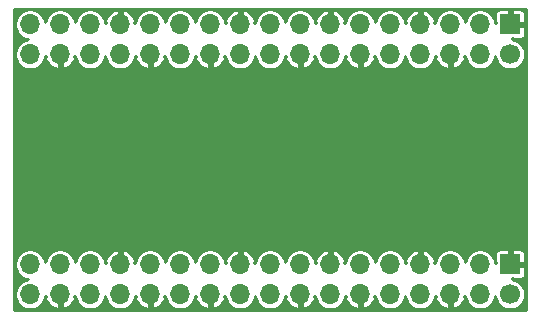
<source format=gbr>
%TF.GenerationSoftware,KiCad,Pcbnew,(5.1.6)-1*%
%TF.CreationDate,2022-09-20T10:12:05-04:00*%
%TF.ProjectId,3dfx-sli-1slot,33646678-2d73-46c6-992d-31736c6f742e,rev?*%
%TF.SameCoordinates,Original*%
%TF.FileFunction,Copper,L1,Top*%
%TF.FilePolarity,Positive*%
%FSLAX46Y46*%
G04 Gerber Fmt 4.6, Leading zero omitted, Abs format (unit mm)*
G04 Created by KiCad (PCBNEW (5.1.6)-1) date 2022-09-20 10:12:05*
%MOMM*%
%LPD*%
G01*
G04 APERTURE LIST*
%TA.AperFunction,ComponentPad*%
%ADD10C,1.700000*%
%TD*%
%TA.AperFunction,ComponentPad*%
%ADD11R,1.700000X1.700000*%
%TD*%
%TA.AperFunction,ComponentPad*%
%ADD12O,1.700000X1.700000*%
%TD*%
%TA.AperFunction,Conductor*%
%ADD13C,0.254000*%
%TD*%
G04 APERTURE END LIST*
D10*
%TO.P,J1,2*%
%TO.N,2*%
X171958000Y-109601000D03*
D11*
%TO.P,J1,1*%
%TO.N,GND*%
X171958000Y-107061000D03*
D12*
%TO.P,J1,4*%
%TO.N,4*%
X169418000Y-109601000D03*
%TO.P,J1,3*%
%TO.N,3*%
X169418000Y-107061000D03*
%TO.P,J1,6*%
%TO.N,GND*%
X166878000Y-109601000D03*
%TO.P,J1,5*%
%TO.N,5*%
X166878000Y-107061000D03*
%TO.P,J1,8*%
%TO.N,8*%
X164338000Y-109601000D03*
%TO.P,J1,7*%
%TO.N,GND*%
X164338000Y-107061000D03*
%TO.P,J1,10*%
%TO.N,10*%
X161798000Y-109601000D03*
%TO.P,J1,9*%
%TO.N,9*%
X161798000Y-107061000D03*
%TO.P,J1,12*%
%TO.N,GND*%
X159258000Y-109601000D03*
%TO.P,J1,11*%
%TO.N,11*%
X159258000Y-107061000D03*
%TO.P,J1,14*%
%TO.N,14*%
X156718000Y-109601000D03*
%TO.P,J1,13*%
%TO.N,GND*%
X156718000Y-107061000D03*
%TO.P,J1,16*%
X154178000Y-109601000D03*
%TO.P,J1,15*%
%TO.N,15*%
X154178000Y-107061000D03*
%TO.P,J1,18*%
%TO.N,18*%
X151638000Y-109601000D03*
%TO.P,J1,17*%
%TO.N,17*%
X151638000Y-107061000D03*
%TO.P,J1,20*%
%TO.N,20*%
X149098000Y-109601000D03*
%TO.P,J1,19*%
%TO.N,GND*%
X149098000Y-107061000D03*
%TO.P,J1,22*%
X146558000Y-109601000D03*
%TO.P,J1,21*%
%TO.N,21*%
X146558000Y-107061000D03*
%TO.P,J1,24*%
%TO.N,24*%
X144018000Y-109601000D03*
%TO.P,J1,23*%
%TO.N,23*%
X144018000Y-107061000D03*
%TO.P,J1,26*%
%TO.N,GND*%
X141478000Y-109601000D03*
%TO.P,J1,25*%
%TO.N,25*%
X141478000Y-107061000D03*
%TO.P,J1,28*%
%TO.N,28*%
X138938000Y-109601000D03*
%TO.P,J1,27*%
%TO.N,GND*%
X138938000Y-107061000D03*
%TO.P,J1,30*%
%TO.N,30*%
X136398000Y-109601000D03*
%TO.P,J1,29*%
%TO.N,29*%
X136398000Y-107061000D03*
%TO.P,J1,32*%
%TO.N,GND*%
X133858000Y-109601000D03*
%TO.P,J1,31*%
%TO.N,31*%
X133858000Y-107061000D03*
%TO.P,J1,34*%
%TO.N,34*%
X131318000Y-109601000D03*
%TO.P,J1,33*%
%TO.N,33*%
X131318000Y-107061000D03*
%TD*%
%TO.P,J2,33*%
%TO.N,33*%
X131318000Y-86741000D03*
%TO.P,J2,34*%
%TO.N,34*%
X131318000Y-89281000D03*
%TO.P,J2,31*%
%TO.N,31*%
X133858000Y-86741000D03*
%TO.P,J2,32*%
%TO.N,GND*%
X133858000Y-89281000D03*
%TO.P,J2,29*%
%TO.N,29*%
X136398000Y-86741000D03*
%TO.P,J2,30*%
%TO.N,30*%
X136398000Y-89281000D03*
%TO.P,J2,27*%
%TO.N,GND*%
X138938000Y-86741000D03*
%TO.P,J2,28*%
%TO.N,28*%
X138938000Y-89281000D03*
%TO.P,J2,25*%
%TO.N,25*%
X141478000Y-86741000D03*
%TO.P,J2,26*%
%TO.N,GND*%
X141478000Y-89281000D03*
%TO.P,J2,23*%
%TO.N,23*%
X144018000Y-86741000D03*
%TO.P,J2,24*%
%TO.N,24*%
X144018000Y-89281000D03*
%TO.P,J2,21*%
%TO.N,21*%
X146558000Y-86741000D03*
%TO.P,J2,22*%
%TO.N,GND*%
X146558000Y-89281000D03*
%TO.P,J2,19*%
X149098000Y-86741000D03*
%TO.P,J2,20*%
%TO.N,20*%
X149098000Y-89281000D03*
%TO.P,J2,17*%
%TO.N,18*%
X151638000Y-86741000D03*
%TO.P,J2,18*%
%TO.N,17*%
X151638000Y-89281000D03*
%TO.P,J2,15*%
%TO.N,15*%
X154178000Y-86741000D03*
%TO.P,J2,16*%
%TO.N,GND*%
X154178000Y-89281000D03*
%TO.P,J2,13*%
X156718000Y-86741000D03*
%TO.P,J2,14*%
%TO.N,14*%
X156718000Y-89281000D03*
%TO.P,J2,11*%
%TO.N,11*%
X159258000Y-86741000D03*
%TO.P,J2,12*%
%TO.N,GND*%
X159258000Y-89281000D03*
%TO.P,J2,9*%
%TO.N,9*%
X161798000Y-86741000D03*
%TO.P,J2,10*%
%TO.N,10*%
X161798000Y-89281000D03*
%TO.P,J2,7*%
%TO.N,GND*%
X164338000Y-86741000D03*
%TO.P,J2,8*%
%TO.N,8*%
X164338000Y-89281000D03*
%TO.P,J2,5*%
%TO.N,5*%
X166878000Y-86741000D03*
%TO.P,J2,6*%
%TO.N,GND*%
X166878000Y-89281000D03*
%TO.P,J2,3*%
%TO.N,3*%
X169418000Y-86741000D03*
%TO.P,J2,4*%
%TO.N,4*%
X169418000Y-89281000D03*
D11*
%TO.P,J2,1*%
%TO.N,GND*%
X171958000Y-86741000D03*
D10*
%TO.P,J2,2*%
%TO.N,2*%
X171958000Y-89281000D03*
%TD*%
D13*
%TO.N,GND*%
G36*
X173284001Y-110927000D02*
G01*
X129992000Y-110927000D01*
X129992000Y-106935226D01*
X130041000Y-106935226D01*
X130041000Y-107186774D01*
X130090074Y-107433487D01*
X130186337Y-107665886D01*
X130326089Y-107875040D01*
X130503960Y-108052911D01*
X130713114Y-108192663D01*
X130945513Y-108288926D01*
X131157034Y-108331000D01*
X130945513Y-108373074D01*
X130713114Y-108469337D01*
X130503960Y-108609089D01*
X130326089Y-108786960D01*
X130186337Y-108996114D01*
X130090074Y-109228513D01*
X130041000Y-109475226D01*
X130041000Y-109726774D01*
X130090074Y-109973487D01*
X130186337Y-110205886D01*
X130326089Y-110415040D01*
X130503960Y-110592911D01*
X130713114Y-110732663D01*
X130945513Y-110828926D01*
X131192226Y-110878000D01*
X131443774Y-110878000D01*
X131690487Y-110828926D01*
X131922886Y-110732663D01*
X132132040Y-110592911D01*
X132309911Y-110415040D01*
X132449663Y-110205886D01*
X132545926Y-109973487D01*
X132594756Y-109728002D01*
X132694074Y-109728002D01*
X132622836Y-109925214D01*
X132709820Y-110159953D01*
X132840928Y-110373212D01*
X133011122Y-110556795D01*
X133213861Y-110703647D01*
X133441354Y-110808125D01*
X133533787Y-110836158D01*
X133731000Y-110764338D01*
X133731000Y-109728000D01*
X133711000Y-109728000D01*
X133711000Y-109474000D01*
X133731000Y-109474000D01*
X133731000Y-109454000D01*
X133985000Y-109454000D01*
X133985000Y-109474000D01*
X134005000Y-109474000D01*
X134005000Y-109728000D01*
X133985000Y-109728000D01*
X133985000Y-110764338D01*
X134182213Y-110836158D01*
X134274646Y-110808125D01*
X134502139Y-110703647D01*
X134704878Y-110556795D01*
X134875072Y-110373212D01*
X135006180Y-110159953D01*
X135093164Y-109925214D01*
X135021926Y-109728002D01*
X135121244Y-109728002D01*
X135170074Y-109973487D01*
X135266337Y-110205886D01*
X135406089Y-110415040D01*
X135583960Y-110592911D01*
X135793114Y-110732663D01*
X136025513Y-110828926D01*
X136272226Y-110878000D01*
X136523774Y-110878000D01*
X136770487Y-110828926D01*
X137002886Y-110732663D01*
X137212040Y-110592911D01*
X137389911Y-110415040D01*
X137529663Y-110205886D01*
X137625926Y-109973487D01*
X137668000Y-109761966D01*
X137710074Y-109973487D01*
X137806337Y-110205886D01*
X137946089Y-110415040D01*
X138123960Y-110592911D01*
X138333114Y-110732663D01*
X138565513Y-110828926D01*
X138812226Y-110878000D01*
X139063774Y-110878000D01*
X139310487Y-110828926D01*
X139542886Y-110732663D01*
X139752040Y-110592911D01*
X139929911Y-110415040D01*
X140069663Y-110205886D01*
X140165926Y-109973487D01*
X140214756Y-109728002D01*
X140314074Y-109728002D01*
X140242836Y-109925214D01*
X140329820Y-110159953D01*
X140460928Y-110373212D01*
X140631122Y-110556795D01*
X140833861Y-110703647D01*
X141061354Y-110808125D01*
X141153787Y-110836158D01*
X141351000Y-110764338D01*
X141351000Y-109728000D01*
X141331000Y-109728000D01*
X141331000Y-109474000D01*
X141351000Y-109474000D01*
X141351000Y-109454000D01*
X141605000Y-109454000D01*
X141605000Y-109474000D01*
X141625000Y-109474000D01*
X141625000Y-109728000D01*
X141605000Y-109728000D01*
X141605000Y-110764338D01*
X141802213Y-110836158D01*
X141894646Y-110808125D01*
X142122139Y-110703647D01*
X142324878Y-110556795D01*
X142495072Y-110373212D01*
X142626180Y-110159953D01*
X142713164Y-109925214D01*
X142641926Y-109728002D01*
X142741244Y-109728002D01*
X142790074Y-109973487D01*
X142886337Y-110205886D01*
X143026089Y-110415040D01*
X143203960Y-110592911D01*
X143413114Y-110732663D01*
X143645513Y-110828926D01*
X143892226Y-110878000D01*
X144143774Y-110878000D01*
X144390487Y-110828926D01*
X144622886Y-110732663D01*
X144832040Y-110592911D01*
X145009911Y-110415040D01*
X145149663Y-110205886D01*
X145245926Y-109973487D01*
X145294756Y-109728002D01*
X145394074Y-109728002D01*
X145322836Y-109925214D01*
X145409820Y-110159953D01*
X145540928Y-110373212D01*
X145711122Y-110556795D01*
X145913861Y-110703647D01*
X146141354Y-110808125D01*
X146233787Y-110836158D01*
X146431000Y-110764338D01*
X146431000Y-109728000D01*
X146411000Y-109728000D01*
X146411000Y-109474000D01*
X146431000Y-109474000D01*
X146431000Y-109454000D01*
X146685000Y-109454000D01*
X146685000Y-109474000D01*
X146705000Y-109474000D01*
X146705000Y-109728000D01*
X146685000Y-109728000D01*
X146685000Y-110764338D01*
X146882213Y-110836158D01*
X146974646Y-110808125D01*
X147202139Y-110703647D01*
X147404878Y-110556795D01*
X147575072Y-110373212D01*
X147706180Y-110159953D01*
X147793164Y-109925214D01*
X147721926Y-109728002D01*
X147821244Y-109728002D01*
X147870074Y-109973487D01*
X147966337Y-110205886D01*
X148106089Y-110415040D01*
X148283960Y-110592911D01*
X148493114Y-110732663D01*
X148725513Y-110828926D01*
X148972226Y-110878000D01*
X149223774Y-110878000D01*
X149470487Y-110828926D01*
X149702886Y-110732663D01*
X149912040Y-110592911D01*
X150089911Y-110415040D01*
X150229663Y-110205886D01*
X150325926Y-109973487D01*
X150368000Y-109761966D01*
X150410074Y-109973487D01*
X150506337Y-110205886D01*
X150646089Y-110415040D01*
X150823960Y-110592911D01*
X151033114Y-110732663D01*
X151265513Y-110828926D01*
X151512226Y-110878000D01*
X151763774Y-110878000D01*
X152010487Y-110828926D01*
X152242886Y-110732663D01*
X152452040Y-110592911D01*
X152629911Y-110415040D01*
X152769663Y-110205886D01*
X152865926Y-109973487D01*
X152914756Y-109728002D01*
X153014074Y-109728002D01*
X152942836Y-109925214D01*
X153029820Y-110159953D01*
X153160928Y-110373212D01*
X153331122Y-110556795D01*
X153533861Y-110703647D01*
X153761354Y-110808125D01*
X153853787Y-110836158D01*
X154051000Y-110764338D01*
X154051000Y-109728000D01*
X154031000Y-109728000D01*
X154031000Y-109474000D01*
X154051000Y-109474000D01*
X154051000Y-109454000D01*
X154305000Y-109454000D01*
X154305000Y-109474000D01*
X154325000Y-109474000D01*
X154325000Y-109728000D01*
X154305000Y-109728000D01*
X154305000Y-110764338D01*
X154502213Y-110836158D01*
X154594646Y-110808125D01*
X154822139Y-110703647D01*
X155024878Y-110556795D01*
X155195072Y-110373212D01*
X155326180Y-110159953D01*
X155413164Y-109925214D01*
X155341926Y-109728002D01*
X155441244Y-109728002D01*
X155490074Y-109973487D01*
X155586337Y-110205886D01*
X155726089Y-110415040D01*
X155903960Y-110592911D01*
X156113114Y-110732663D01*
X156345513Y-110828926D01*
X156592226Y-110878000D01*
X156843774Y-110878000D01*
X157090487Y-110828926D01*
X157322886Y-110732663D01*
X157532040Y-110592911D01*
X157709911Y-110415040D01*
X157849663Y-110205886D01*
X157945926Y-109973487D01*
X157994756Y-109728002D01*
X158094074Y-109728002D01*
X158022836Y-109925214D01*
X158109820Y-110159953D01*
X158240928Y-110373212D01*
X158411122Y-110556795D01*
X158613861Y-110703647D01*
X158841354Y-110808125D01*
X158933787Y-110836158D01*
X159131000Y-110764338D01*
X159131000Y-109728000D01*
X159111000Y-109728000D01*
X159111000Y-109474000D01*
X159131000Y-109474000D01*
X159131000Y-109454000D01*
X159385000Y-109454000D01*
X159385000Y-109474000D01*
X159405000Y-109474000D01*
X159405000Y-109728000D01*
X159385000Y-109728000D01*
X159385000Y-110764338D01*
X159582213Y-110836158D01*
X159674646Y-110808125D01*
X159902139Y-110703647D01*
X160104878Y-110556795D01*
X160275072Y-110373212D01*
X160406180Y-110159953D01*
X160493164Y-109925214D01*
X160421926Y-109728002D01*
X160521244Y-109728002D01*
X160570074Y-109973487D01*
X160666337Y-110205886D01*
X160806089Y-110415040D01*
X160983960Y-110592911D01*
X161193114Y-110732663D01*
X161425513Y-110828926D01*
X161672226Y-110878000D01*
X161923774Y-110878000D01*
X162170487Y-110828926D01*
X162402886Y-110732663D01*
X162612040Y-110592911D01*
X162789911Y-110415040D01*
X162929663Y-110205886D01*
X163025926Y-109973487D01*
X163068000Y-109761966D01*
X163110074Y-109973487D01*
X163206337Y-110205886D01*
X163346089Y-110415040D01*
X163523960Y-110592911D01*
X163733114Y-110732663D01*
X163965513Y-110828926D01*
X164212226Y-110878000D01*
X164463774Y-110878000D01*
X164710487Y-110828926D01*
X164942886Y-110732663D01*
X165152040Y-110592911D01*
X165329911Y-110415040D01*
X165469663Y-110205886D01*
X165565926Y-109973487D01*
X165614756Y-109728002D01*
X165714074Y-109728002D01*
X165642836Y-109925214D01*
X165729820Y-110159953D01*
X165860928Y-110373212D01*
X166031122Y-110556795D01*
X166233861Y-110703647D01*
X166461354Y-110808125D01*
X166553787Y-110836158D01*
X166751000Y-110764338D01*
X166751000Y-109728000D01*
X166731000Y-109728000D01*
X166731000Y-109474000D01*
X166751000Y-109474000D01*
X166751000Y-109454000D01*
X167005000Y-109454000D01*
X167005000Y-109474000D01*
X167025000Y-109474000D01*
X167025000Y-109728000D01*
X167005000Y-109728000D01*
X167005000Y-110764338D01*
X167202213Y-110836158D01*
X167294646Y-110808125D01*
X167522139Y-110703647D01*
X167724878Y-110556795D01*
X167895072Y-110373212D01*
X168026180Y-110159953D01*
X168113164Y-109925214D01*
X168041926Y-109728002D01*
X168141244Y-109728002D01*
X168190074Y-109973487D01*
X168286337Y-110205886D01*
X168426089Y-110415040D01*
X168603960Y-110592911D01*
X168813114Y-110732663D01*
X169045513Y-110828926D01*
X169292226Y-110878000D01*
X169543774Y-110878000D01*
X169790487Y-110828926D01*
X170022886Y-110732663D01*
X170232040Y-110592911D01*
X170409911Y-110415040D01*
X170549663Y-110205886D01*
X170645926Y-109973487D01*
X170688000Y-109761966D01*
X170730074Y-109973487D01*
X170826337Y-110205886D01*
X170966089Y-110415040D01*
X171143960Y-110592911D01*
X171353114Y-110732663D01*
X171585513Y-110828926D01*
X171832226Y-110878000D01*
X172083774Y-110878000D01*
X172330487Y-110828926D01*
X172562886Y-110732663D01*
X172772040Y-110592911D01*
X172949911Y-110415040D01*
X173089663Y-110205886D01*
X173185926Y-109973487D01*
X173235000Y-109726774D01*
X173235000Y-109475226D01*
X173185926Y-109228513D01*
X173089663Y-108996114D01*
X172949911Y-108786960D01*
X172772040Y-108609089D01*
X172562886Y-108469337D01*
X172330487Y-108373074D01*
X172085002Y-108324244D01*
X172085002Y-108231252D01*
X172191750Y-108338000D01*
X172808000Y-108340066D01*
X172891707Y-108331822D01*
X172972196Y-108307405D01*
X173046376Y-108267755D01*
X173111395Y-108214395D01*
X173164755Y-108149376D01*
X173204405Y-108075196D01*
X173228822Y-107994707D01*
X173237066Y-107911000D01*
X173235000Y-107294750D01*
X173128250Y-107188000D01*
X172085000Y-107188000D01*
X172085000Y-107208000D01*
X171831000Y-107208000D01*
X171831000Y-107188000D01*
X171811000Y-107188000D01*
X171811000Y-106934000D01*
X171831000Y-106934000D01*
X171831000Y-105890750D01*
X172085000Y-105890750D01*
X172085000Y-106934000D01*
X173128250Y-106934000D01*
X173235000Y-106827250D01*
X173237066Y-106211000D01*
X173228822Y-106127293D01*
X173204405Y-106046804D01*
X173164755Y-105972624D01*
X173111395Y-105907605D01*
X173046376Y-105854245D01*
X172972196Y-105814595D01*
X172891707Y-105790178D01*
X172808000Y-105781934D01*
X172191750Y-105784000D01*
X172085000Y-105890750D01*
X171831000Y-105890750D01*
X171724250Y-105784000D01*
X171108000Y-105781934D01*
X171024293Y-105790178D01*
X170943804Y-105814595D01*
X170869624Y-105854245D01*
X170804605Y-105907605D01*
X170751245Y-105972624D01*
X170711595Y-106046804D01*
X170687178Y-106127293D01*
X170678934Y-106211000D01*
X170681000Y-106827250D01*
X170787748Y-106933998D01*
X170694756Y-106933998D01*
X170645926Y-106688513D01*
X170549663Y-106456114D01*
X170409911Y-106246960D01*
X170232040Y-106069089D01*
X170022886Y-105929337D01*
X169790487Y-105833074D01*
X169543774Y-105784000D01*
X169292226Y-105784000D01*
X169045513Y-105833074D01*
X168813114Y-105929337D01*
X168603960Y-106069089D01*
X168426089Y-106246960D01*
X168286337Y-106456114D01*
X168190074Y-106688513D01*
X168148000Y-106900034D01*
X168105926Y-106688513D01*
X168009663Y-106456114D01*
X167869911Y-106246960D01*
X167692040Y-106069089D01*
X167482886Y-105929337D01*
X167250487Y-105833074D01*
X167003774Y-105784000D01*
X166752226Y-105784000D01*
X166505513Y-105833074D01*
X166273114Y-105929337D01*
X166063960Y-106069089D01*
X165886089Y-106246960D01*
X165746337Y-106456114D01*
X165650074Y-106688513D01*
X165601244Y-106933998D01*
X165501926Y-106933998D01*
X165573164Y-106736786D01*
X165486180Y-106502047D01*
X165355072Y-106288788D01*
X165184878Y-106105205D01*
X164982139Y-105958353D01*
X164754646Y-105853875D01*
X164662213Y-105825842D01*
X164465000Y-105897662D01*
X164465000Y-106934000D01*
X164485000Y-106934000D01*
X164485000Y-107188000D01*
X164465000Y-107188000D01*
X164465000Y-107208000D01*
X164211000Y-107208000D01*
X164211000Y-107188000D01*
X164191000Y-107188000D01*
X164191000Y-106934000D01*
X164211000Y-106934000D01*
X164211000Y-105897662D01*
X164013787Y-105825842D01*
X163921354Y-105853875D01*
X163693861Y-105958353D01*
X163491122Y-106105205D01*
X163320928Y-106288788D01*
X163189820Y-106502047D01*
X163102836Y-106736786D01*
X163174074Y-106933998D01*
X163074756Y-106933998D01*
X163025926Y-106688513D01*
X162929663Y-106456114D01*
X162789911Y-106246960D01*
X162612040Y-106069089D01*
X162402886Y-105929337D01*
X162170487Y-105833074D01*
X161923774Y-105784000D01*
X161672226Y-105784000D01*
X161425513Y-105833074D01*
X161193114Y-105929337D01*
X160983960Y-106069089D01*
X160806089Y-106246960D01*
X160666337Y-106456114D01*
X160570074Y-106688513D01*
X160528000Y-106900034D01*
X160485926Y-106688513D01*
X160389663Y-106456114D01*
X160249911Y-106246960D01*
X160072040Y-106069089D01*
X159862886Y-105929337D01*
X159630487Y-105833074D01*
X159383774Y-105784000D01*
X159132226Y-105784000D01*
X158885513Y-105833074D01*
X158653114Y-105929337D01*
X158443960Y-106069089D01*
X158266089Y-106246960D01*
X158126337Y-106456114D01*
X158030074Y-106688513D01*
X157981244Y-106933998D01*
X157881926Y-106933998D01*
X157953164Y-106736786D01*
X157866180Y-106502047D01*
X157735072Y-106288788D01*
X157564878Y-106105205D01*
X157362139Y-105958353D01*
X157134646Y-105853875D01*
X157042213Y-105825842D01*
X156845000Y-105897662D01*
X156845000Y-106934000D01*
X156865000Y-106934000D01*
X156865000Y-107188000D01*
X156845000Y-107188000D01*
X156845000Y-107208000D01*
X156591000Y-107208000D01*
X156591000Y-107188000D01*
X156571000Y-107188000D01*
X156571000Y-106934000D01*
X156591000Y-106934000D01*
X156591000Y-105897662D01*
X156393787Y-105825842D01*
X156301354Y-105853875D01*
X156073861Y-105958353D01*
X155871122Y-106105205D01*
X155700928Y-106288788D01*
X155569820Y-106502047D01*
X155482836Y-106736786D01*
X155554074Y-106933998D01*
X155454756Y-106933998D01*
X155405926Y-106688513D01*
X155309663Y-106456114D01*
X155169911Y-106246960D01*
X154992040Y-106069089D01*
X154782886Y-105929337D01*
X154550487Y-105833074D01*
X154303774Y-105784000D01*
X154052226Y-105784000D01*
X153805513Y-105833074D01*
X153573114Y-105929337D01*
X153363960Y-106069089D01*
X153186089Y-106246960D01*
X153046337Y-106456114D01*
X152950074Y-106688513D01*
X152908000Y-106900034D01*
X152865926Y-106688513D01*
X152769663Y-106456114D01*
X152629911Y-106246960D01*
X152452040Y-106069089D01*
X152242886Y-105929337D01*
X152010487Y-105833074D01*
X151763774Y-105784000D01*
X151512226Y-105784000D01*
X151265513Y-105833074D01*
X151033114Y-105929337D01*
X150823960Y-106069089D01*
X150646089Y-106246960D01*
X150506337Y-106456114D01*
X150410074Y-106688513D01*
X150361244Y-106933998D01*
X150261926Y-106933998D01*
X150333164Y-106736786D01*
X150246180Y-106502047D01*
X150115072Y-106288788D01*
X149944878Y-106105205D01*
X149742139Y-105958353D01*
X149514646Y-105853875D01*
X149422213Y-105825842D01*
X149225000Y-105897662D01*
X149225000Y-106934000D01*
X149245000Y-106934000D01*
X149245000Y-107188000D01*
X149225000Y-107188000D01*
X149225000Y-107208000D01*
X148971000Y-107208000D01*
X148971000Y-107188000D01*
X148951000Y-107188000D01*
X148951000Y-106934000D01*
X148971000Y-106934000D01*
X148971000Y-105897662D01*
X148773787Y-105825842D01*
X148681354Y-105853875D01*
X148453861Y-105958353D01*
X148251122Y-106105205D01*
X148080928Y-106288788D01*
X147949820Y-106502047D01*
X147862836Y-106736786D01*
X147934074Y-106933998D01*
X147834756Y-106933998D01*
X147785926Y-106688513D01*
X147689663Y-106456114D01*
X147549911Y-106246960D01*
X147372040Y-106069089D01*
X147162886Y-105929337D01*
X146930487Y-105833074D01*
X146683774Y-105784000D01*
X146432226Y-105784000D01*
X146185513Y-105833074D01*
X145953114Y-105929337D01*
X145743960Y-106069089D01*
X145566089Y-106246960D01*
X145426337Y-106456114D01*
X145330074Y-106688513D01*
X145288000Y-106900034D01*
X145245926Y-106688513D01*
X145149663Y-106456114D01*
X145009911Y-106246960D01*
X144832040Y-106069089D01*
X144622886Y-105929337D01*
X144390487Y-105833074D01*
X144143774Y-105784000D01*
X143892226Y-105784000D01*
X143645513Y-105833074D01*
X143413114Y-105929337D01*
X143203960Y-106069089D01*
X143026089Y-106246960D01*
X142886337Y-106456114D01*
X142790074Y-106688513D01*
X142748000Y-106900034D01*
X142705926Y-106688513D01*
X142609663Y-106456114D01*
X142469911Y-106246960D01*
X142292040Y-106069089D01*
X142082886Y-105929337D01*
X141850487Y-105833074D01*
X141603774Y-105784000D01*
X141352226Y-105784000D01*
X141105513Y-105833074D01*
X140873114Y-105929337D01*
X140663960Y-106069089D01*
X140486089Y-106246960D01*
X140346337Y-106456114D01*
X140250074Y-106688513D01*
X140201244Y-106933998D01*
X140101926Y-106933998D01*
X140173164Y-106736786D01*
X140086180Y-106502047D01*
X139955072Y-106288788D01*
X139784878Y-106105205D01*
X139582139Y-105958353D01*
X139354646Y-105853875D01*
X139262213Y-105825842D01*
X139065000Y-105897662D01*
X139065000Y-106934000D01*
X139085000Y-106934000D01*
X139085000Y-107188000D01*
X139065000Y-107188000D01*
X139065000Y-107208000D01*
X138811000Y-107208000D01*
X138811000Y-107188000D01*
X138791000Y-107188000D01*
X138791000Y-106934000D01*
X138811000Y-106934000D01*
X138811000Y-105897662D01*
X138613787Y-105825842D01*
X138521354Y-105853875D01*
X138293861Y-105958353D01*
X138091122Y-106105205D01*
X137920928Y-106288788D01*
X137789820Y-106502047D01*
X137702836Y-106736786D01*
X137774074Y-106933998D01*
X137674756Y-106933998D01*
X137625926Y-106688513D01*
X137529663Y-106456114D01*
X137389911Y-106246960D01*
X137212040Y-106069089D01*
X137002886Y-105929337D01*
X136770487Y-105833074D01*
X136523774Y-105784000D01*
X136272226Y-105784000D01*
X136025513Y-105833074D01*
X135793114Y-105929337D01*
X135583960Y-106069089D01*
X135406089Y-106246960D01*
X135266337Y-106456114D01*
X135170074Y-106688513D01*
X135128000Y-106900034D01*
X135085926Y-106688513D01*
X134989663Y-106456114D01*
X134849911Y-106246960D01*
X134672040Y-106069089D01*
X134462886Y-105929337D01*
X134230487Y-105833074D01*
X133983774Y-105784000D01*
X133732226Y-105784000D01*
X133485513Y-105833074D01*
X133253114Y-105929337D01*
X133043960Y-106069089D01*
X132866089Y-106246960D01*
X132726337Y-106456114D01*
X132630074Y-106688513D01*
X132588000Y-106900034D01*
X132545926Y-106688513D01*
X132449663Y-106456114D01*
X132309911Y-106246960D01*
X132132040Y-106069089D01*
X131922886Y-105929337D01*
X131690487Y-105833074D01*
X131443774Y-105784000D01*
X131192226Y-105784000D01*
X130945513Y-105833074D01*
X130713114Y-105929337D01*
X130503960Y-106069089D01*
X130326089Y-106246960D01*
X130186337Y-106456114D01*
X130090074Y-106688513D01*
X130041000Y-106935226D01*
X129992000Y-106935226D01*
X129992000Y-86615226D01*
X130041000Y-86615226D01*
X130041000Y-86866774D01*
X130090074Y-87113487D01*
X130186337Y-87345886D01*
X130326089Y-87555040D01*
X130503960Y-87732911D01*
X130713114Y-87872663D01*
X130945513Y-87968926D01*
X131157034Y-88011000D01*
X130945513Y-88053074D01*
X130713114Y-88149337D01*
X130503960Y-88289089D01*
X130326089Y-88466960D01*
X130186337Y-88676114D01*
X130090074Y-88908513D01*
X130041000Y-89155226D01*
X130041000Y-89406774D01*
X130090074Y-89653487D01*
X130186337Y-89885886D01*
X130326089Y-90095040D01*
X130503960Y-90272911D01*
X130713114Y-90412663D01*
X130945513Y-90508926D01*
X131192226Y-90558000D01*
X131443774Y-90558000D01*
X131690487Y-90508926D01*
X131922886Y-90412663D01*
X132132040Y-90272911D01*
X132309911Y-90095040D01*
X132449663Y-89885886D01*
X132545926Y-89653487D01*
X132594756Y-89408002D01*
X132694074Y-89408002D01*
X132622836Y-89605214D01*
X132709820Y-89839953D01*
X132840928Y-90053212D01*
X133011122Y-90236795D01*
X133213861Y-90383647D01*
X133441354Y-90488125D01*
X133533787Y-90516158D01*
X133731000Y-90444338D01*
X133731000Y-89408000D01*
X133711000Y-89408000D01*
X133711000Y-89154000D01*
X133731000Y-89154000D01*
X133731000Y-89134000D01*
X133985000Y-89134000D01*
X133985000Y-89154000D01*
X134005000Y-89154000D01*
X134005000Y-89408000D01*
X133985000Y-89408000D01*
X133985000Y-90444338D01*
X134182213Y-90516158D01*
X134274646Y-90488125D01*
X134502139Y-90383647D01*
X134704878Y-90236795D01*
X134875072Y-90053212D01*
X135006180Y-89839953D01*
X135093164Y-89605214D01*
X135021926Y-89408002D01*
X135121244Y-89408002D01*
X135170074Y-89653487D01*
X135266337Y-89885886D01*
X135406089Y-90095040D01*
X135583960Y-90272911D01*
X135793114Y-90412663D01*
X136025513Y-90508926D01*
X136272226Y-90558000D01*
X136523774Y-90558000D01*
X136770487Y-90508926D01*
X137002886Y-90412663D01*
X137212040Y-90272911D01*
X137389911Y-90095040D01*
X137529663Y-89885886D01*
X137625926Y-89653487D01*
X137668000Y-89441966D01*
X137710074Y-89653487D01*
X137806337Y-89885886D01*
X137946089Y-90095040D01*
X138123960Y-90272911D01*
X138333114Y-90412663D01*
X138565513Y-90508926D01*
X138812226Y-90558000D01*
X139063774Y-90558000D01*
X139310487Y-90508926D01*
X139542886Y-90412663D01*
X139752040Y-90272911D01*
X139929911Y-90095040D01*
X140069663Y-89885886D01*
X140165926Y-89653487D01*
X140214756Y-89408002D01*
X140314074Y-89408002D01*
X140242836Y-89605214D01*
X140329820Y-89839953D01*
X140460928Y-90053212D01*
X140631122Y-90236795D01*
X140833861Y-90383647D01*
X141061354Y-90488125D01*
X141153787Y-90516158D01*
X141351000Y-90444338D01*
X141351000Y-89408000D01*
X141331000Y-89408000D01*
X141331000Y-89154000D01*
X141351000Y-89154000D01*
X141351000Y-89134000D01*
X141605000Y-89134000D01*
X141605000Y-89154000D01*
X141625000Y-89154000D01*
X141625000Y-89408000D01*
X141605000Y-89408000D01*
X141605000Y-90444338D01*
X141802213Y-90516158D01*
X141894646Y-90488125D01*
X142122139Y-90383647D01*
X142324878Y-90236795D01*
X142495072Y-90053212D01*
X142626180Y-89839953D01*
X142713164Y-89605214D01*
X142641926Y-89408002D01*
X142741244Y-89408002D01*
X142790074Y-89653487D01*
X142886337Y-89885886D01*
X143026089Y-90095040D01*
X143203960Y-90272911D01*
X143413114Y-90412663D01*
X143645513Y-90508926D01*
X143892226Y-90558000D01*
X144143774Y-90558000D01*
X144390487Y-90508926D01*
X144622886Y-90412663D01*
X144832040Y-90272911D01*
X145009911Y-90095040D01*
X145149663Y-89885886D01*
X145245926Y-89653487D01*
X145294756Y-89408002D01*
X145394074Y-89408002D01*
X145322836Y-89605214D01*
X145409820Y-89839953D01*
X145540928Y-90053212D01*
X145711122Y-90236795D01*
X145913861Y-90383647D01*
X146141354Y-90488125D01*
X146233787Y-90516158D01*
X146431000Y-90444338D01*
X146431000Y-89408000D01*
X146411000Y-89408000D01*
X146411000Y-89154000D01*
X146431000Y-89154000D01*
X146431000Y-89134000D01*
X146685000Y-89134000D01*
X146685000Y-89154000D01*
X146705000Y-89154000D01*
X146705000Y-89408000D01*
X146685000Y-89408000D01*
X146685000Y-90444338D01*
X146882213Y-90516158D01*
X146974646Y-90488125D01*
X147202139Y-90383647D01*
X147404878Y-90236795D01*
X147575072Y-90053212D01*
X147706180Y-89839953D01*
X147793164Y-89605214D01*
X147721926Y-89408002D01*
X147821244Y-89408002D01*
X147870074Y-89653487D01*
X147966337Y-89885886D01*
X148106089Y-90095040D01*
X148283960Y-90272911D01*
X148493114Y-90412663D01*
X148725513Y-90508926D01*
X148972226Y-90558000D01*
X149223774Y-90558000D01*
X149470487Y-90508926D01*
X149702886Y-90412663D01*
X149912040Y-90272911D01*
X150089911Y-90095040D01*
X150229663Y-89885886D01*
X150325926Y-89653487D01*
X150368000Y-89441966D01*
X150410074Y-89653487D01*
X150506337Y-89885886D01*
X150646089Y-90095040D01*
X150823960Y-90272911D01*
X151033114Y-90412663D01*
X151265513Y-90508926D01*
X151512226Y-90558000D01*
X151763774Y-90558000D01*
X152010487Y-90508926D01*
X152242886Y-90412663D01*
X152452040Y-90272911D01*
X152629911Y-90095040D01*
X152769663Y-89885886D01*
X152865926Y-89653487D01*
X152914756Y-89408002D01*
X153014074Y-89408002D01*
X152942836Y-89605214D01*
X153029820Y-89839953D01*
X153160928Y-90053212D01*
X153331122Y-90236795D01*
X153533861Y-90383647D01*
X153761354Y-90488125D01*
X153853787Y-90516158D01*
X154051000Y-90444338D01*
X154051000Y-89408000D01*
X154031000Y-89408000D01*
X154031000Y-89154000D01*
X154051000Y-89154000D01*
X154051000Y-89134000D01*
X154305000Y-89134000D01*
X154305000Y-89154000D01*
X154325000Y-89154000D01*
X154325000Y-89408000D01*
X154305000Y-89408000D01*
X154305000Y-90444338D01*
X154502213Y-90516158D01*
X154594646Y-90488125D01*
X154822139Y-90383647D01*
X155024878Y-90236795D01*
X155195072Y-90053212D01*
X155326180Y-89839953D01*
X155413164Y-89605214D01*
X155341926Y-89408002D01*
X155441244Y-89408002D01*
X155490074Y-89653487D01*
X155586337Y-89885886D01*
X155726089Y-90095040D01*
X155903960Y-90272911D01*
X156113114Y-90412663D01*
X156345513Y-90508926D01*
X156592226Y-90558000D01*
X156843774Y-90558000D01*
X157090487Y-90508926D01*
X157322886Y-90412663D01*
X157532040Y-90272911D01*
X157709911Y-90095040D01*
X157849663Y-89885886D01*
X157945926Y-89653487D01*
X157994756Y-89408002D01*
X158094074Y-89408002D01*
X158022836Y-89605214D01*
X158109820Y-89839953D01*
X158240928Y-90053212D01*
X158411122Y-90236795D01*
X158613861Y-90383647D01*
X158841354Y-90488125D01*
X158933787Y-90516158D01*
X159131000Y-90444338D01*
X159131000Y-89408000D01*
X159111000Y-89408000D01*
X159111000Y-89154000D01*
X159131000Y-89154000D01*
X159131000Y-89134000D01*
X159385000Y-89134000D01*
X159385000Y-89154000D01*
X159405000Y-89154000D01*
X159405000Y-89408000D01*
X159385000Y-89408000D01*
X159385000Y-90444338D01*
X159582213Y-90516158D01*
X159674646Y-90488125D01*
X159902139Y-90383647D01*
X160104878Y-90236795D01*
X160275072Y-90053212D01*
X160406180Y-89839953D01*
X160493164Y-89605214D01*
X160421926Y-89408002D01*
X160521244Y-89408002D01*
X160570074Y-89653487D01*
X160666337Y-89885886D01*
X160806089Y-90095040D01*
X160983960Y-90272911D01*
X161193114Y-90412663D01*
X161425513Y-90508926D01*
X161672226Y-90558000D01*
X161923774Y-90558000D01*
X162170487Y-90508926D01*
X162402886Y-90412663D01*
X162612040Y-90272911D01*
X162789911Y-90095040D01*
X162929663Y-89885886D01*
X163025926Y-89653487D01*
X163068000Y-89441966D01*
X163110074Y-89653487D01*
X163206337Y-89885886D01*
X163346089Y-90095040D01*
X163523960Y-90272911D01*
X163733114Y-90412663D01*
X163965513Y-90508926D01*
X164212226Y-90558000D01*
X164463774Y-90558000D01*
X164710487Y-90508926D01*
X164942886Y-90412663D01*
X165152040Y-90272911D01*
X165329911Y-90095040D01*
X165469663Y-89885886D01*
X165565926Y-89653487D01*
X165614756Y-89408002D01*
X165714074Y-89408002D01*
X165642836Y-89605214D01*
X165729820Y-89839953D01*
X165860928Y-90053212D01*
X166031122Y-90236795D01*
X166233861Y-90383647D01*
X166461354Y-90488125D01*
X166553787Y-90516158D01*
X166751000Y-90444338D01*
X166751000Y-89408000D01*
X166731000Y-89408000D01*
X166731000Y-89154000D01*
X166751000Y-89154000D01*
X166751000Y-89134000D01*
X167005000Y-89134000D01*
X167005000Y-89154000D01*
X167025000Y-89154000D01*
X167025000Y-89408000D01*
X167005000Y-89408000D01*
X167005000Y-90444338D01*
X167202213Y-90516158D01*
X167294646Y-90488125D01*
X167522139Y-90383647D01*
X167724878Y-90236795D01*
X167895072Y-90053212D01*
X168026180Y-89839953D01*
X168113164Y-89605214D01*
X168041926Y-89408002D01*
X168141244Y-89408002D01*
X168190074Y-89653487D01*
X168286337Y-89885886D01*
X168426089Y-90095040D01*
X168603960Y-90272911D01*
X168813114Y-90412663D01*
X169045513Y-90508926D01*
X169292226Y-90558000D01*
X169543774Y-90558000D01*
X169790487Y-90508926D01*
X170022886Y-90412663D01*
X170232040Y-90272911D01*
X170409911Y-90095040D01*
X170549663Y-89885886D01*
X170645926Y-89653487D01*
X170688000Y-89441966D01*
X170730074Y-89653487D01*
X170826337Y-89885886D01*
X170966089Y-90095040D01*
X171143960Y-90272911D01*
X171353114Y-90412663D01*
X171585513Y-90508926D01*
X171832226Y-90558000D01*
X172083774Y-90558000D01*
X172330487Y-90508926D01*
X172562886Y-90412663D01*
X172772040Y-90272911D01*
X172949911Y-90095040D01*
X173089663Y-89885886D01*
X173185926Y-89653487D01*
X173235000Y-89406774D01*
X173235000Y-89155226D01*
X173185926Y-88908513D01*
X173089663Y-88676114D01*
X172949911Y-88466960D01*
X172772040Y-88289089D01*
X172562886Y-88149337D01*
X172330487Y-88053074D01*
X172085002Y-88004244D01*
X172085002Y-87911252D01*
X172191750Y-88018000D01*
X172808000Y-88020066D01*
X172891707Y-88011822D01*
X172972196Y-87987405D01*
X173046376Y-87947755D01*
X173111395Y-87894395D01*
X173164755Y-87829376D01*
X173204405Y-87755196D01*
X173228822Y-87674707D01*
X173237066Y-87591000D01*
X173235000Y-86974750D01*
X173128250Y-86868000D01*
X172085000Y-86868000D01*
X172085000Y-86888000D01*
X171831000Y-86888000D01*
X171831000Y-86868000D01*
X171811000Y-86868000D01*
X171811000Y-86614000D01*
X171831000Y-86614000D01*
X171831000Y-85570750D01*
X172085000Y-85570750D01*
X172085000Y-86614000D01*
X173128250Y-86614000D01*
X173235000Y-86507250D01*
X173237066Y-85891000D01*
X173228822Y-85807293D01*
X173204405Y-85726804D01*
X173164755Y-85652624D01*
X173111395Y-85587605D01*
X173046376Y-85534245D01*
X172972196Y-85494595D01*
X172891707Y-85470178D01*
X172808000Y-85461934D01*
X172191750Y-85464000D01*
X172085000Y-85570750D01*
X171831000Y-85570750D01*
X171724250Y-85464000D01*
X171108000Y-85461934D01*
X171024293Y-85470178D01*
X170943804Y-85494595D01*
X170869624Y-85534245D01*
X170804605Y-85587605D01*
X170751245Y-85652624D01*
X170711595Y-85726804D01*
X170687178Y-85807293D01*
X170678934Y-85891000D01*
X170681000Y-86507250D01*
X170787748Y-86613998D01*
X170694756Y-86613998D01*
X170645926Y-86368513D01*
X170549663Y-86136114D01*
X170409911Y-85926960D01*
X170232040Y-85749089D01*
X170022886Y-85609337D01*
X169790487Y-85513074D01*
X169543774Y-85464000D01*
X169292226Y-85464000D01*
X169045513Y-85513074D01*
X168813114Y-85609337D01*
X168603960Y-85749089D01*
X168426089Y-85926960D01*
X168286337Y-86136114D01*
X168190074Y-86368513D01*
X168148000Y-86580034D01*
X168105926Y-86368513D01*
X168009663Y-86136114D01*
X167869911Y-85926960D01*
X167692040Y-85749089D01*
X167482886Y-85609337D01*
X167250487Y-85513074D01*
X167003774Y-85464000D01*
X166752226Y-85464000D01*
X166505513Y-85513074D01*
X166273114Y-85609337D01*
X166063960Y-85749089D01*
X165886089Y-85926960D01*
X165746337Y-86136114D01*
X165650074Y-86368513D01*
X165601244Y-86613998D01*
X165501926Y-86613998D01*
X165573164Y-86416786D01*
X165486180Y-86182047D01*
X165355072Y-85968788D01*
X165184878Y-85785205D01*
X164982139Y-85638353D01*
X164754646Y-85533875D01*
X164662213Y-85505842D01*
X164465000Y-85577662D01*
X164465000Y-86614000D01*
X164485000Y-86614000D01*
X164485000Y-86868000D01*
X164465000Y-86868000D01*
X164465000Y-86888000D01*
X164211000Y-86888000D01*
X164211000Y-86868000D01*
X164191000Y-86868000D01*
X164191000Y-86614000D01*
X164211000Y-86614000D01*
X164211000Y-85577662D01*
X164013787Y-85505842D01*
X163921354Y-85533875D01*
X163693861Y-85638353D01*
X163491122Y-85785205D01*
X163320928Y-85968788D01*
X163189820Y-86182047D01*
X163102836Y-86416786D01*
X163174074Y-86613998D01*
X163074756Y-86613998D01*
X163025926Y-86368513D01*
X162929663Y-86136114D01*
X162789911Y-85926960D01*
X162612040Y-85749089D01*
X162402886Y-85609337D01*
X162170487Y-85513074D01*
X161923774Y-85464000D01*
X161672226Y-85464000D01*
X161425513Y-85513074D01*
X161193114Y-85609337D01*
X160983960Y-85749089D01*
X160806089Y-85926960D01*
X160666337Y-86136114D01*
X160570074Y-86368513D01*
X160528000Y-86580034D01*
X160485926Y-86368513D01*
X160389663Y-86136114D01*
X160249911Y-85926960D01*
X160072040Y-85749089D01*
X159862886Y-85609337D01*
X159630487Y-85513074D01*
X159383774Y-85464000D01*
X159132226Y-85464000D01*
X158885513Y-85513074D01*
X158653114Y-85609337D01*
X158443960Y-85749089D01*
X158266089Y-85926960D01*
X158126337Y-86136114D01*
X158030074Y-86368513D01*
X157981244Y-86613998D01*
X157881926Y-86613998D01*
X157953164Y-86416786D01*
X157866180Y-86182047D01*
X157735072Y-85968788D01*
X157564878Y-85785205D01*
X157362139Y-85638353D01*
X157134646Y-85533875D01*
X157042213Y-85505842D01*
X156845000Y-85577662D01*
X156845000Y-86614000D01*
X156865000Y-86614000D01*
X156865000Y-86868000D01*
X156845000Y-86868000D01*
X156845000Y-86888000D01*
X156591000Y-86888000D01*
X156591000Y-86868000D01*
X156571000Y-86868000D01*
X156571000Y-86614000D01*
X156591000Y-86614000D01*
X156591000Y-85577662D01*
X156393787Y-85505842D01*
X156301354Y-85533875D01*
X156073861Y-85638353D01*
X155871122Y-85785205D01*
X155700928Y-85968788D01*
X155569820Y-86182047D01*
X155482836Y-86416786D01*
X155554074Y-86613998D01*
X155454756Y-86613998D01*
X155405926Y-86368513D01*
X155309663Y-86136114D01*
X155169911Y-85926960D01*
X154992040Y-85749089D01*
X154782886Y-85609337D01*
X154550487Y-85513074D01*
X154303774Y-85464000D01*
X154052226Y-85464000D01*
X153805513Y-85513074D01*
X153573114Y-85609337D01*
X153363960Y-85749089D01*
X153186089Y-85926960D01*
X153046337Y-86136114D01*
X152950074Y-86368513D01*
X152908000Y-86580034D01*
X152865926Y-86368513D01*
X152769663Y-86136114D01*
X152629911Y-85926960D01*
X152452040Y-85749089D01*
X152242886Y-85609337D01*
X152010487Y-85513074D01*
X151763774Y-85464000D01*
X151512226Y-85464000D01*
X151265513Y-85513074D01*
X151033114Y-85609337D01*
X150823960Y-85749089D01*
X150646089Y-85926960D01*
X150506337Y-86136114D01*
X150410074Y-86368513D01*
X150361244Y-86613998D01*
X150261926Y-86613998D01*
X150333164Y-86416786D01*
X150246180Y-86182047D01*
X150115072Y-85968788D01*
X149944878Y-85785205D01*
X149742139Y-85638353D01*
X149514646Y-85533875D01*
X149422213Y-85505842D01*
X149225000Y-85577662D01*
X149225000Y-86614000D01*
X149245000Y-86614000D01*
X149245000Y-86868000D01*
X149225000Y-86868000D01*
X149225000Y-86888000D01*
X148971000Y-86888000D01*
X148971000Y-86868000D01*
X148951000Y-86868000D01*
X148951000Y-86614000D01*
X148971000Y-86614000D01*
X148971000Y-85577662D01*
X148773787Y-85505842D01*
X148681354Y-85533875D01*
X148453861Y-85638353D01*
X148251122Y-85785205D01*
X148080928Y-85968788D01*
X147949820Y-86182047D01*
X147862836Y-86416786D01*
X147934074Y-86613998D01*
X147834756Y-86613998D01*
X147785926Y-86368513D01*
X147689663Y-86136114D01*
X147549911Y-85926960D01*
X147372040Y-85749089D01*
X147162886Y-85609337D01*
X146930487Y-85513074D01*
X146683774Y-85464000D01*
X146432226Y-85464000D01*
X146185513Y-85513074D01*
X145953114Y-85609337D01*
X145743960Y-85749089D01*
X145566089Y-85926960D01*
X145426337Y-86136114D01*
X145330074Y-86368513D01*
X145288000Y-86580034D01*
X145245926Y-86368513D01*
X145149663Y-86136114D01*
X145009911Y-85926960D01*
X144832040Y-85749089D01*
X144622886Y-85609337D01*
X144390487Y-85513074D01*
X144143774Y-85464000D01*
X143892226Y-85464000D01*
X143645513Y-85513074D01*
X143413114Y-85609337D01*
X143203960Y-85749089D01*
X143026089Y-85926960D01*
X142886337Y-86136114D01*
X142790074Y-86368513D01*
X142748000Y-86580034D01*
X142705926Y-86368513D01*
X142609663Y-86136114D01*
X142469911Y-85926960D01*
X142292040Y-85749089D01*
X142082886Y-85609337D01*
X141850487Y-85513074D01*
X141603774Y-85464000D01*
X141352226Y-85464000D01*
X141105513Y-85513074D01*
X140873114Y-85609337D01*
X140663960Y-85749089D01*
X140486089Y-85926960D01*
X140346337Y-86136114D01*
X140250074Y-86368513D01*
X140201244Y-86613998D01*
X140101926Y-86613998D01*
X140173164Y-86416786D01*
X140086180Y-86182047D01*
X139955072Y-85968788D01*
X139784878Y-85785205D01*
X139582139Y-85638353D01*
X139354646Y-85533875D01*
X139262213Y-85505842D01*
X139065000Y-85577662D01*
X139065000Y-86614000D01*
X139085000Y-86614000D01*
X139085000Y-86868000D01*
X139065000Y-86868000D01*
X139065000Y-86888000D01*
X138811000Y-86888000D01*
X138811000Y-86868000D01*
X138791000Y-86868000D01*
X138791000Y-86614000D01*
X138811000Y-86614000D01*
X138811000Y-85577662D01*
X138613787Y-85505842D01*
X138521354Y-85533875D01*
X138293861Y-85638353D01*
X138091122Y-85785205D01*
X137920928Y-85968788D01*
X137789820Y-86182047D01*
X137702836Y-86416786D01*
X137774074Y-86613998D01*
X137674756Y-86613998D01*
X137625926Y-86368513D01*
X137529663Y-86136114D01*
X137389911Y-85926960D01*
X137212040Y-85749089D01*
X137002886Y-85609337D01*
X136770487Y-85513074D01*
X136523774Y-85464000D01*
X136272226Y-85464000D01*
X136025513Y-85513074D01*
X135793114Y-85609337D01*
X135583960Y-85749089D01*
X135406089Y-85926960D01*
X135266337Y-86136114D01*
X135170074Y-86368513D01*
X135128000Y-86580034D01*
X135085926Y-86368513D01*
X134989663Y-86136114D01*
X134849911Y-85926960D01*
X134672040Y-85749089D01*
X134462886Y-85609337D01*
X134230487Y-85513074D01*
X133983774Y-85464000D01*
X133732226Y-85464000D01*
X133485513Y-85513074D01*
X133253114Y-85609337D01*
X133043960Y-85749089D01*
X132866089Y-85926960D01*
X132726337Y-86136114D01*
X132630074Y-86368513D01*
X132588000Y-86580034D01*
X132545926Y-86368513D01*
X132449663Y-86136114D01*
X132309911Y-85926960D01*
X132132040Y-85749089D01*
X131922886Y-85609337D01*
X131690487Y-85513074D01*
X131443774Y-85464000D01*
X131192226Y-85464000D01*
X130945513Y-85513074D01*
X130713114Y-85609337D01*
X130503960Y-85749089D01*
X130326089Y-85926960D01*
X130186337Y-86136114D01*
X130090074Y-86368513D01*
X130041000Y-86615226D01*
X129992000Y-86615226D01*
X129992000Y-85415000D01*
X173284000Y-85415000D01*
X173284001Y-110927000D01*
G37*
X173284001Y-110927000D02*
X129992000Y-110927000D01*
X129992000Y-106935226D01*
X130041000Y-106935226D01*
X130041000Y-107186774D01*
X130090074Y-107433487D01*
X130186337Y-107665886D01*
X130326089Y-107875040D01*
X130503960Y-108052911D01*
X130713114Y-108192663D01*
X130945513Y-108288926D01*
X131157034Y-108331000D01*
X130945513Y-108373074D01*
X130713114Y-108469337D01*
X130503960Y-108609089D01*
X130326089Y-108786960D01*
X130186337Y-108996114D01*
X130090074Y-109228513D01*
X130041000Y-109475226D01*
X130041000Y-109726774D01*
X130090074Y-109973487D01*
X130186337Y-110205886D01*
X130326089Y-110415040D01*
X130503960Y-110592911D01*
X130713114Y-110732663D01*
X130945513Y-110828926D01*
X131192226Y-110878000D01*
X131443774Y-110878000D01*
X131690487Y-110828926D01*
X131922886Y-110732663D01*
X132132040Y-110592911D01*
X132309911Y-110415040D01*
X132449663Y-110205886D01*
X132545926Y-109973487D01*
X132594756Y-109728002D01*
X132694074Y-109728002D01*
X132622836Y-109925214D01*
X132709820Y-110159953D01*
X132840928Y-110373212D01*
X133011122Y-110556795D01*
X133213861Y-110703647D01*
X133441354Y-110808125D01*
X133533787Y-110836158D01*
X133731000Y-110764338D01*
X133731000Y-109728000D01*
X133711000Y-109728000D01*
X133711000Y-109474000D01*
X133731000Y-109474000D01*
X133731000Y-109454000D01*
X133985000Y-109454000D01*
X133985000Y-109474000D01*
X134005000Y-109474000D01*
X134005000Y-109728000D01*
X133985000Y-109728000D01*
X133985000Y-110764338D01*
X134182213Y-110836158D01*
X134274646Y-110808125D01*
X134502139Y-110703647D01*
X134704878Y-110556795D01*
X134875072Y-110373212D01*
X135006180Y-110159953D01*
X135093164Y-109925214D01*
X135021926Y-109728002D01*
X135121244Y-109728002D01*
X135170074Y-109973487D01*
X135266337Y-110205886D01*
X135406089Y-110415040D01*
X135583960Y-110592911D01*
X135793114Y-110732663D01*
X136025513Y-110828926D01*
X136272226Y-110878000D01*
X136523774Y-110878000D01*
X136770487Y-110828926D01*
X137002886Y-110732663D01*
X137212040Y-110592911D01*
X137389911Y-110415040D01*
X137529663Y-110205886D01*
X137625926Y-109973487D01*
X137668000Y-109761966D01*
X137710074Y-109973487D01*
X137806337Y-110205886D01*
X137946089Y-110415040D01*
X138123960Y-110592911D01*
X138333114Y-110732663D01*
X138565513Y-110828926D01*
X138812226Y-110878000D01*
X139063774Y-110878000D01*
X139310487Y-110828926D01*
X139542886Y-110732663D01*
X139752040Y-110592911D01*
X139929911Y-110415040D01*
X140069663Y-110205886D01*
X140165926Y-109973487D01*
X140214756Y-109728002D01*
X140314074Y-109728002D01*
X140242836Y-109925214D01*
X140329820Y-110159953D01*
X140460928Y-110373212D01*
X140631122Y-110556795D01*
X140833861Y-110703647D01*
X141061354Y-110808125D01*
X141153787Y-110836158D01*
X141351000Y-110764338D01*
X141351000Y-109728000D01*
X141331000Y-109728000D01*
X141331000Y-109474000D01*
X141351000Y-109474000D01*
X141351000Y-109454000D01*
X141605000Y-109454000D01*
X141605000Y-109474000D01*
X141625000Y-109474000D01*
X141625000Y-109728000D01*
X141605000Y-109728000D01*
X141605000Y-110764338D01*
X141802213Y-110836158D01*
X141894646Y-110808125D01*
X142122139Y-110703647D01*
X142324878Y-110556795D01*
X142495072Y-110373212D01*
X142626180Y-110159953D01*
X142713164Y-109925214D01*
X142641926Y-109728002D01*
X142741244Y-109728002D01*
X142790074Y-109973487D01*
X142886337Y-110205886D01*
X143026089Y-110415040D01*
X143203960Y-110592911D01*
X143413114Y-110732663D01*
X143645513Y-110828926D01*
X143892226Y-110878000D01*
X144143774Y-110878000D01*
X144390487Y-110828926D01*
X144622886Y-110732663D01*
X144832040Y-110592911D01*
X145009911Y-110415040D01*
X145149663Y-110205886D01*
X145245926Y-109973487D01*
X145294756Y-109728002D01*
X145394074Y-109728002D01*
X145322836Y-109925214D01*
X145409820Y-110159953D01*
X145540928Y-110373212D01*
X145711122Y-110556795D01*
X145913861Y-110703647D01*
X146141354Y-110808125D01*
X146233787Y-110836158D01*
X146431000Y-110764338D01*
X146431000Y-109728000D01*
X146411000Y-109728000D01*
X146411000Y-109474000D01*
X146431000Y-109474000D01*
X146431000Y-109454000D01*
X146685000Y-109454000D01*
X146685000Y-109474000D01*
X146705000Y-109474000D01*
X146705000Y-109728000D01*
X146685000Y-109728000D01*
X146685000Y-110764338D01*
X146882213Y-110836158D01*
X146974646Y-110808125D01*
X147202139Y-110703647D01*
X147404878Y-110556795D01*
X147575072Y-110373212D01*
X147706180Y-110159953D01*
X147793164Y-109925214D01*
X147721926Y-109728002D01*
X147821244Y-109728002D01*
X147870074Y-109973487D01*
X147966337Y-110205886D01*
X148106089Y-110415040D01*
X148283960Y-110592911D01*
X148493114Y-110732663D01*
X148725513Y-110828926D01*
X148972226Y-110878000D01*
X149223774Y-110878000D01*
X149470487Y-110828926D01*
X149702886Y-110732663D01*
X149912040Y-110592911D01*
X150089911Y-110415040D01*
X150229663Y-110205886D01*
X150325926Y-109973487D01*
X150368000Y-109761966D01*
X150410074Y-109973487D01*
X150506337Y-110205886D01*
X150646089Y-110415040D01*
X150823960Y-110592911D01*
X151033114Y-110732663D01*
X151265513Y-110828926D01*
X151512226Y-110878000D01*
X151763774Y-110878000D01*
X152010487Y-110828926D01*
X152242886Y-110732663D01*
X152452040Y-110592911D01*
X152629911Y-110415040D01*
X152769663Y-110205886D01*
X152865926Y-109973487D01*
X152914756Y-109728002D01*
X153014074Y-109728002D01*
X152942836Y-109925214D01*
X153029820Y-110159953D01*
X153160928Y-110373212D01*
X153331122Y-110556795D01*
X153533861Y-110703647D01*
X153761354Y-110808125D01*
X153853787Y-110836158D01*
X154051000Y-110764338D01*
X154051000Y-109728000D01*
X154031000Y-109728000D01*
X154031000Y-109474000D01*
X154051000Y-109474000D01*
X154051000Y-109454000D01*
X154305000Y-109454000D01*
X154305000Y-109474000D01*
X154325000Y-109474000D01*
X154325000Y-109728000D01*
X154305000Y-109728000D01*
X154305000Y-110764338D01*
X154502213Y-110836158D01*
X154594646Y-110808125D01*
X154822139Y-110703647D01*
X155024878Y-110556795D01*
X155195072Y-110373212D01*
X155326180Y-110159953D01*
X155413164Y-109925214D01*
X155341926Y-109728002D01*
X155441244Y-109728002D01*
X155490074Y-109973487D01*
X155586337Y-110205886D01*
X155726089Y-110415040D01*
X155903960Y-110592911D01*
X156113114Y-110732663D01*
X156345513Y-110828926D01*
X156592226Y-110878000D01*
X156843774Y-110878000D01*
X157090487Y-110828926D01*
X157322886Y-110732663D01*
X157532040Y-110592911D01*
X157709911Y-110415040D01*
X157849663Y-110205886D01*
X157945926Y-109973487D01*
X157994756Y-109728002D01*
X158094074Y-109728002D01*
X158022836Y-109925214D01*
X158109820Y-110159953D01*
X158240928Y-110373212D01*
X158411122Y-110556795D01*
X158613861Y-110703647D01*
X158841354Y-110808125D01*
X158933787Y-110836158D01*
X159131000Y-110764338D01*
X159131000Y-109728000D01*
X159111000Y-109728000D01*
X159111000Y-109474000D01*
X159131000Y-109474000D01*
X159131000Y-109454000D01*
X159385000Y-109454000D01*
X159385000Y-109474000D01*
X159405000Y-109474000D01*
X159405000Y-109728000D01*
X159385000Y-109728000D01*
X159385000Y-110764338D01*
X159582213Y-110836158D01*
X159674646Y-110808125D01*
X159902139Y-110703647D01*
X160104878Y-110556795D01*
X160275072Y-110373212D01*
X160406180Y-110159953D01*
X160493164Y-109925214D01*
X160421926Y-109728002D01*
X160521244Y-109728002D01*
X160570074Y-109973487D01*
X160666337Y-110205886D01*
X160806089Y-110415040D01*
X160983960Y-110592911D01*
X161193114Y-110732663D01*
X161425513Y-110828926D01*
X161672226Y-110878000D01*
X161923774Y-110878000D01*
X162170487Y-110828926D01*
X162402886Y-110732663D01*
X162612040Y-110592911D01*
X162789911Y-110415040D01*
X162929663Y-110205886D01*
X163025926Y-109973487D01*
X163068000Y-109761966D01*
X163110074Y-109973487D01*
X163206337Y-110205886D01*
X163346089Y-110415040D01*
X163523960Y-110592911D01*
X163733114Y-110732663D01*
X163965513Y-110828926D01*
X164212226Y-110878000D01*
X164463774Y-110878000D01*
X164710487Y-110828926D01*
X164942886Y-110732663D01*
X165152040Y-110592911D01*
X165329911Y-110415040D01*
X165469663Y-110205886D01*
X165565926Y-109973487D01*
X165614756Y-109728002D01*
X165714074Y-109728002D01*
X165642836Y-109925214D01*
X165729820Y-110159953D01*
X165860928Y-110373212D01*
X166031122Y-110556795D01*
X166233861Y-110703647D01*
X166461354Y-110808125D01*
X166553787Y-110836158D01*
X166751000Y-110764338D01*
X166751000Y-109728000D01*
X166731000Y-109728000D01*
X166731000Y-109474000D01*
X166751000Y-109474000D01*
X166751000Y-109454000D01*
X167005000Y-109454000D01*
X167005000Y-109474000D01*
X167025000Y-109474000D01*
X167025000Y-109728000D01*
X167005000Y-109728000D01*
X167005000Y-110764338D01*
X167202213Y-110836158D01*
X167294646Y-110808125D01*
X167522139Y-110703647D01*
X167724878Y-110556795D01*
X167895072Y-110373212D01*
X168026180Y-110159953D01*
X168113164Y-109925214D01*
X168041926Y-109728002D01*
X168141244Y-109728002D01*
X168190074Y-109973487D01*
X168286337Y-110205886D01*
X168426089Y-110415040D01*
X168603960Y-110592911D01*
X168813114Y-110732663D01*
X169045513Y-110828926D01*
X169292226Y-110878000D01*
X169543774Y-110878000D01*
X169790487Y-110828926D01*
X170022886Y-110732663D01*
X170232040Y-110592911D01*
X170409911Y-110415040D01*
X170549663Y-110205886D01*
X170645926Y-109973487D01*
X170688000Y-109761966D01*
X170730074Y-109973487D01*
X170826337Y-110205886D01*
X170966089Y-110415040D01*
X171143960Y-110592911D01*
X171353114Y-110732663D01*
X171585513Y-110828926D01*
X171832226Y-110878000D01*
X172083774Y-110878000D01*
X172330487Y-110828926D01*
X172562886Y-110732663D01*
X172772040Y-110592911D01*
X172949911Y-110415040D01*
X173089663Y-110205886D01*
X173185926Y-109973487D01*
X173235000Y-109726774D01*
X173235000Y-109475226D01*
X173185926Y-109228513D01*
X173089663Y-108996114D01*
X172949911Y-108786960D01*
X172772040Y-108609089D01*
X172562886Y-108469337D01*
X172330487Y-108373074D01*
X172085002Y-108324244D01*
X172085002Y-108231252D01*
X172191750Y-108338000D01*
X172808000Y-108340066D01*
X172891707Y-108331822D01*
X172972196Y-108307405D01*
X173046376Y-108267755D01*
X173111395Y-108214395D01*
X173164755Y-108149376D01*
X173204405Y-108075196D01*
X173228822Y-107994707D01*
X173237066Y-107911000D01*
X173235000Y-107294750D01*
X173128250Y-107188000D01*
X172085000Y-107188000D01*
X172085000Y-107208000D01*
X171831000Y-107208000D01*
X171831000Y-107188000D01*
X171811000Y-107188000D01*
X171811000Y-106934000D01*
X171831000Y-106934000D01*
X171831000Y-105890750D01*
X172085000Y-105890750D01*
X172085000Y-106934000D01*
X173128250Y-106934000D01*
X173235000Y-106827250D01*
X173237066Y-106211000D01*
X173228822Y-106127293D01*
X173204405Y-106046804D01*
X173164755Y-105972624D01*
X173111395Y-105907605D01*
X173046376Y-105854245D01*
X172972196Y-105814595D01*
X172891707Y-105790178D01*
X172808000Y-105781934D01*
X172191750Y-105784000D01*
X172085000Y-105890750D01*
X171831000Y-105890750D01*
X171724250Y-105784000D01*
X171108000Y-105781934D01*
X171024293Y-105790178D01*
X170943804Y-105814595D01*
X170869624Y-105854245D01*
X170804605Y-105907605D01*
X170751245Y-105972624D01*
X170711595Y-106046804D01*
X170687178Y-106127293D01*
X170678934Y-106211000D01*
X170681000Y-106827250D01*
X170787748Y-106933998D01*
X170694756Y-106933998D01*
X170645926Y-106688513D01*
X170549663Y-106456114D01*
X170409911Y-106246960D01*
X170232040Y-106069089D01*
X170022886Y-105929337D01*
X169790487Y-105833074D01*
X169543774Y-105784000D01*
X169292226Y-105784000D01*
X169045513Y-105833074D01*
X168813114Y-105929337D01*
X168603960Y-106069089D01*
X168426089Y-106246960D01*
X168286337Y-106456114D01*
X168190074Y-106688513D01*
X168148000Y-106900034D01*
X168105926Y-106688513D01*
X168009663Y-106456114D01*
X167869911Y-106246960D01*
X167692040Y-106069089D01*
X167482886Y-105929337D01*
X167250487Y-105833074D01*
X167003774Y-105784000D01*
X166752226Y-105784000D01*
X166505513Y-105833074D01*
X166273114Y-105929337D01*
X166063960Y-106069089D01*
X165886089Y-106246960D01*
X165746337Y-106456114D01*
X165650074Y-106688513D01*
X165601244Y-106933998D01*
X165501926Y-106933998D01*
X165573164Y-106736786D01*
X165486180Y-106502047D01*
X165355072Y-106288788D01*
X165184878Y-106105205D01*
X164982139Y-105958353D01*
X164754646Y-105853875D01*
X164662213Y-105825842D01*
X164465000Y-105897662D01*
X164465000Y-106934000D01*
X164485000Y-106934000D01*
X164485000Y-107188000D01*
X164465000Y-107188000D01*
X164465000Y-107208000D01*
X164211000Y-107208000D01*
X164211000Y-107188000D01*
X164191000Y-107188000D01*
X164191000Y-106934000D01*
X164211000Y-106934000D01*
X164211000Y-105897662D01*
X164013787Y-105825842D01*
X163921354Y-105853875D01*
X163693861Y-105958353D01*
X163491122Y-106105205D01*
X163320928Y-106288788D01*
X163189820Y-106502047D01*
X163102836Y-106736786D01*
X163174074Y-106933998D01*
X163074756Y-106933998D01*
X163025926Y-106688513D01*
X162929663Y-106456114D01*
X162789911Y-106246960D01*
X162612040Y-106069089D01*
X162402886Y-105929337D01*
X162170487Y-105833074D01*
X161923774Y-105784000D01*
X161672226Y-105784000D01*
X161425513Y-105833074D01*
X161193114Y-105929337D01*
X160983960Y-106069089D01*
X160806089Y-106246960D01*
X160666337Y-106456114D01*
X160570074Y-106688513D01*
X160528000Y-106900034D01*
X160485926Y-106688513D01*
X160389663Y-106456114D01*
X160249911Y-106246960D01*
X160072040Y-106069089D01*
X159862886Y-105929337D01*
X159630487Y-105833074D01*
X159383774Y-105784000D01*
X159132226Y-105784000D01*
X158885513Y-105833074D01*
X158653114Y-105929337D01*
X158443960Y-106069089D01*
X158266089Y-106246960D01*
X158126337Y-106456114D01*
X158030074Y-106688513D01*
X157981244Y-106933998D01*
X157881926Y-106933998D01*
X157953164Y-106736786D01*
X157866180Y-106502047D01*
X157735072Y-106288788D01*
X157564878Y-106105205D01*
X157362139Y-105958353D01*
X157134646Y-105853875D01*
X157042213Y-105825842D01*
X156845000Y-105897662D01*
X156845000Y-106934000D01*
X156865000Y-106934000D01*
X156865000Y-107188000D01*
X156845000Y-107188000D01*
X156845000Y-107208000D01*
X156591000Y-107208000D01*
X156591000Y-107188000D01*
X156571000Y-107188000D01*
X156571000Y-106934000D01*
X156591000Y-106934000D01*
X156591000Y-105897662D01*
X156393787Y-105825842D01*
X156301354Y-105853875D01*
X156073861Y-105958353D01*
X155871122Y-106105205D01*
X155700928Y-106288788D01*
X155569820Y-106502047D01*
X155482836Y-106736786D01*
X155554074Y-106933998D01*
X155454756Y-106933998D01*
X155405926Y-106688513D01*
X155309663Y-106456114D01*
X155169911Y-106246960D01*
X154992040Y-106069089D01*
X154782886Y-105929337D01*
X154550487Y-105833074D01*
X154303774Y-105784000D01*
X154052226Y-105784000D01*
X153805513Y-105833074D01*
X153573114Y-105929337D01*
X153363960Y-106069089D01*
X153186089Y-106246960D01*
X153046337Y-106456114D01*
X152950074Y-106688513D01*
X152908000Y-106900034D01*
X152865926Y-106688513D01*
X152769663Y-106456114D01*
X152629911Y-106246960D01*
X152452040Y-106069089D01*
X152242886Y-105929337D01*
X152010487Y-105833074D01*
X151763774Y-105784000D01*
X151512226Y-105784000D01*
X151265513Y-105833074D01*
X151033114Y-105929337D01*
X150823960Y-106069089D01*
X150646089Y-106246960D01*
X150506337Y-106456114D01*
X150410074Y-106688513D01*
X150361244Y-106933998D01*
X150261926Y-106933998D01*
X150333164Y-106736786D01*
X150246180Y-106502047D01*
X150115072Y-106288788D01*
X149944878Y-106105205D01*
X149742139Y-105958353D01*
X149514646Y-105853875D01*
X149422213Y-105825842D01*
X149225000Y-105897662D01*
X149225000Y-106934000D01*
X149245000Y-106934000D01*
X149245000Y-107188000D01*
X149225000Y-107188000D01*
X149225000Y-107208000D01*
X148971000Y-107208000D01*
X148971000Y-107188000D01*
X148951000Y-107188000D01*
X148951000Y-106934000D01*
X148971000Y-106934000D01*
X148971000Y-105897662D01*
X148773787Y-105825842D01*
X148681354Y-105853875D01*
X148453861Y-105958353D01*
X148251122Y-106105205D01*
X148080928Y-106288788D01*
X147949820Y-106502047D01*
X147862836Y-106736786D01*
X147934074Y-106933998D01*
X147834756Y-106933998D01*
X147785926Y-106688513D01*
X147689663Y-106456114D01*
X147549911Y-106246960D01*
X147372040Y-106069089D01*
X147162886Y-105929337D01*
X146930487Y-105833074D01*
X146683774Y-105784000D01*
X146432226Y-105784000D01*
X146185513Y-105833074D01*
X145953114Y-105929337D01*
X145743960Y-106069089D01*
X145566089Y-106246960D01*
X145426337Y-106456114D01*
X145330074Y-106688513D01*
X145288000Y-106900034D01*
X145245926Y-106688513D01*
X145149663Y-106456114D01*
X145009911Y-106246960D01*
X144832040Y-106069089D01*
X144622886Y-105929337D01*
X144390487Y-105833074D01*
X144143774Y-105784000D01*
X143892226Y-105784000D01*
X143645513Y-105833074D01*
X143413114Y-105929337D01*
X143203960Y-106069089D01*
X143026089Y-106246960D01*
X142886337Y-106456114D01*
X142790074Y-106688513D01*
X142748000Y-106900034D01*
X142705926Y-106688513D01*
X142609663Y-106456114D01*
X142469911Y-106246960D01*
X142292040Y-106069089D01*
X142082886Y-105929337D01*
X141850487Y-105833074D01*
X141603774Y-105784000D01*
X141352226Y-105784000D01*
X141105513Y-105833074D01*
X140873114Y-105929337D01*
X140663960Y-106069089D01*
X140486089Y-106246960D01*
X140346337Y-106456114D01*
X140250074Y-106688513D01*
X140201244Y-106933998D01*
X140101926Y-106933998D01*
X140173164Y-106736786D01*
X140086180Y-106502047D01*
X139955072Y-106288788D01*
X139784878Y-106105205D01*
X139582139Y-105958353D01*
X139354646Y-105853875D01*
X139262213Y-105825842D01*
X139065000Y-105897662D01*
X139065000Y-106934000D01*
X139085000Y-106934000D01*
X139085000Y-107188000D01*
X139065000Y-107188000D01*
X139065000Y-107208000D01*
X138811000Y-107208000D01*
X138811000Y-107188000D01*
X138791000Y-107188000D01*
X138791000Y-106934000D01*
X138811000Y-106934000D01*
X138811000Y-105897662D01*
X138613787Y-105825842D01*
X138521354Y-105853875D01*
X138293861Y-105958353D01*
X138091122Y-106105205D01*
X137920928Y-106288788D01*
X137789820Y-106502047D01*
X137702836Y-106736786D01*
X137774074Y-106933998D01*
X137674756Y-106933998D01*
X137625926Y-106688513D01*
X137529663Y-106456114D01*
X137389911Y-106246960D01*
X137212040Y-106069089D01*
X137002886Y-105929337D01*
X136770487Y-105833074D01*
X136523774Y-105784000D01*
X136272226Y-105784000D01*
X136025513Y-105833074D01*
X135793114Y-105929337D01*
X135583960Y-106069089D01*
X135406089Y-106246960D01*
X135266337Y-106456114D01*
X135170074Y-106688513D01*
X135128000Y-106900034D01*
X135085926Y-106688513D01*
X134989663Y-106456114D01*
X134849911Y-106246960D01*
X134672040Y-106069089D01*
X134462886Y-105929337D01*
X134230487Y-105833074D01*
X133983774Y-105784000D01*
X133732226Y-105784000D01*
X133485513Y-105833074D01*
X133253114Y-105929337D01*
X133043960Y-106069089D01*
X132866089Y-106246960D01*
X132726337Y-106456114D01*
X132630074Y-106688513D01*
X132588000Y-106900034D01*
X132545926Y-106688513D01*
X132449663Y-106456114D01*
X132309911Y-106246960D01*
X132132040Y-106069089D01*
X131922886Y-105929337D01*
X131690487Y-105833074D01*
X131443774Y-105784000D01*
X131192226Y-105784000D01*
X130945513Y-105833074D01*
X130713114Y-105929337D01*
X130503960Y-106069089D01*
X130326089Y-106246960D01*
X130186337Y-106456114D01*
X130090074Y-106688513D01*
X130041000Y-106935226D01*
X129992000Y-106935226D01*
X129992000Y-86615226D01*
X130041000Y-86615226D01*
X130041000Y-86866774D01*
X130090074Y-87113487D01*
X130186337Y-87345886D01*
X130326089Y-87555040D01*
X130503960Y-87732911D01*
X130713114Y-87872663D01*
X130945513Y-87968926D01*
X131157034Y-88011000D01*
X130945513Y-88053074D01*
X130713114Y-88149337D01*
X130503960Y-88289089D01*
X130326089Y-88466960D01*
X130186337Y-88676114D01*
X130090074Y-88908513D01*
X130041000Y-89155226D01*
X130041000Y-89406774D01*
X130090074Y-89653487D01*
X130186337Y-89885886D01*
X130326089Y-90095040D01*
X130503960Y-90272911D01*
X130713114Y-90412663D01*
X130945513Y-90508926D01*
X131192226Y-90558000D01*
X131443774Y-90558000D01*
X131690487Y-90508926D01*
X131922886Y-90412663D01*
X132132040Y-90272911D01*
X132309911Y-90095040D01*
X132449663Y-89885886D01*
X132545926Y-89653487D01*
X132594756Y-89408002D01*
X132694074Y-89408002D01*
X132622836Y-89605214D01*
X132709820Y-89839953D01*
X132840928Y-90053212D01*
X133011122Y-90236795D01*
X133213861Y-90383647D01*
X133441354Y-90488125D01*
X133533787Y-90516158D01*
X133731000Y-90444338D01*
X133731000Y-89408000D01*
X133711000Y-89408000D01*
X133711000Y-89154000D01*
X133731000Y-89154000D01*
X133731000Y-89134000D01*
X133985000Y-89134000D01*
X133985000Y-89154000D01*
X134005000Y-89154000D01*
X134005000Y-89408000D01*
X133985000Y-89408000D01*
X133985000Y-90444338D01*
X134182213Y-90516158D01*
X134274646Y-90488125D01*
X134502139Y-90383647D01*
X134704878Y-90236795D01*
X134875072Y-90053212D01*
X135006180Y-89839953D01*
X135093164Y-89605214D01*
X135021926Y-89408002D01*
X135121244Y-89408002D01*
X135170074Y-89653487D01*
X135266337Y-89885886D01*
X135406089Y-90095040D01*
X135583960Y-90272911D01*
X135793114Y-90412663D01*
X136025513Y-90508926D01*
X136272226Y-90558000D01*
X136523774Y-90558000D01*
X136770487Y-90508926D01*
X137002886Y-90412663D01*
X137212040Y-90272911D01*
X137389911Y-90095040D01*
X137529663Y-89885886D01*
X137625926Y-89653487D01*
X137668000Y-89441966D01*
X137710074Y-89653487D01*
X137806337Y-89885886D01*
X137946089Y-90095040D01*
X138123960Y-90272911D01*
X138333114Y-90412663D01*
X138565513Y-90508926D01*
X138812226Y-90558000D01*
X139063774Y-90558000D01*
X139310487Y-90508926D01*
X139542886Y-90412663D01*
X139752040Y-90272911D01*
X139929911Y-90095040D01*
X140069663Y-89885886D01*
X140165926Y-89653487D01*
X140214756Y-89408002D01*
X140314074Y-89408002D01*
X140242836Y-89605214D01*
X140329820Y-89839953D01*
X140460928Y-90053212D01*
X140631122Y-90236795D01*
X140833861Y-90383647D01*
X141061354Y-90488125D01*
X141153787Y-90516158D01*
X141351000Y-90444338D01*
X141351000Y-89408000D01*
X141331000Y-89408000D01*
X141331000Y-89154000D01*
X141351000Y-89154000D01*
X141351000Y-89134000D01*
X141605000Y-89134000D01*
X141605000Y-89154000D01*
X141625000Y-89154000D01*
X141625000Y-89408000D01*
X141605000Y-89408000D01*
X141605000Y-90444338D01*
X141802213Y-90516158D01*
X141894646Y-90488125D01*
X142122139Y-90383647D01*
X142324878Y-90236795D01*
X142495072Y-90053212D01*
X142626180Y-89839953D01*
X142713164Y-89605214D01*
X142641926Y-89408002D01*
X142741244Y-89408002D01*
X142790074Y-89653487D01*
X142886337Y-89885886D01*
X143026089Y-90095040D01*
X143203960Y-90272911D01*
X143413114Y-90412663D01*
X143645513Y-90508926D01*
X143892226Y-90558000D01*
X144143774Y-90558000D01*
X144390487Y-90508926D01*
X144622886Y-90412663D01*
X144832040Y-90272911D01*
X145009911Y-90095040D01*
X145149663Y-89885886D01*
X145245926Y-89653487D01*
X145294756Y-89408002D01*
X145394074Y-89408002D01*
X145322836Y-89605214D01*
X145409820Y-89839953D01*
X145540928Y-90053212D01*
X145711122Y-90236795D01*
X145913861Y-90383647D01*
X146141354Y-90488125D01*
X146233787Y-90516158D01*
X146431000Y-90444338D01*
X146431000Y-89408000D01*
X146411000Y-89408000D01*
X146411000Y-89154000D01*
X146431000Y-89154000D01*
X146431000Y-89134000D01*
X146685000Y-89134000D01*
X146685000Y-89154000D01*
X146705000Y-89154000D01*
X146705000Y-89408000D01*
X146685000Y-89408000D01*
X146685000Y-90444338D01*
X146882213Y-90516158D01*
X146974646Y-90488125D01*
X147202139Y-90383647D01*
X147404878Y-90236795D01*
X147575072Y-90053212D01*
X147706180Y-89839953D01*
X147793164Y-89605214D01*
X147721926Y-89408002D01*
X147821244Y-89408002D01*
X147870074Y-89653487D01*
X147966337Y-89885886D01*
X148106089Y-90095040D01*
X148283960Y-90272911D01*
X148493114Y-90412663D01*
X148725513Y-90508926D01*
X148972226Y-90558000D01*
X149223774Y-90558000D01*
X149470487Y-90508926D01*
X149702886Y-90412663D01*
X149912040Y-90272911D01*
X150089911Y-90095040D01*
X150229663Y-89885886D01*
X150325926Y-89653487D01*
X150368000Y-89441966D01*
X150410074Y-89653487D01*
X150506337Y-89885886D01*
X150646089Y-90095040D01*
X150823960Y-90272911D01*
X151033114Y-90412663D01*
X151265513Y-90508926D01*
X151512226Y-90558000D01*
X151763774Y-90558000D01*
X152010487Y-90508926D01*
X152242886Y-90412663D01*
X152452040Y-90272911D01*
X152629911Y-90095040D01*
X152769663Y-89885886D01*
X152865926Y-89653487D01*
X152914756Y-89408002D01*
X153014074Y-89408002D01*
X152942836Y-89605214D01*
X153029820Y-89839953D01*
X153160928Y-90053212D01*
X153331122Y-90236795D01*
X153533861Y-90383647D01*
X153761354Y-90488125D01*
X153853787Y-90516158D01*
X154051000Y-90444338D01*
X154051000Y-89408000D01*
X154031000Y-89408000D01*
X154031000Y-89154000D01*
X154051000Y-89154000D01*
X154051000Y-89134000D01*
X154305000Y-89134000D01*
X154305000Y-89154000D01*
X154325000Y-89154000D01*
X154325000Y-89408000D01*
X154305000Y-89408000D01*
X154305000Y-90444338D01*
X154502213Y-90516158D01*
X154594646Y-90488125D01*
X154822139Y-90383647D01*
X155024878Y-90236795D01*
X155195072Y-90053212D01*
X155326180Y-89839953D01*
X155413164Y-89605214D01*
X155341926Y-89408002D01*
X155441244Y-89408002D01*
X155490074Y-89653487D01*
X155586337Y-89885886D01*
X155726089Y-90095040D01*
X155903960Y-90272911D01*
X156113114Y-90412663D01*
X156345513Y-90508926D01*
X156592226Y-90558000D01*
X156843774Y-90558000D01*
X157090487Y-90508926D01*
X157322886Y-90412663D01*
X157532040Y-90272911D01*
X157709911Y-90095040D01*
X157849663Y-89885886D01*
X157945926Y-89653487D01*
X157994756Y-89408002D01*
X158094074Y-89408002D01*
X158022836Y-89605214D01*
X158109820Y-89839953D01*
X158240928Y-90053212D01*
X158411122Y-90236795D01*
X158613861Y-90383647D01*
X158841354Y-90488125D01*
X158933787Y-90516158D01*
X159131000Y-90444338D01*
X159131000Y-89408000D01*
X159111000Y-89408000D01*
X159111000Y-89154000D01*
X159131000Y-89154000D01*
X159131000Y-89134000D01*
X159385000Y-89134000D01*
X159385000Y-89154000D01*
X159405000Y-89154000D01*
X159405000Y-89408000D01*
X159385000Y-89408000D01*
X159385000Y-90444338D01*
X159582213Y-90516158D01*
X159674646Y-90488125D01*
X159902139Y-90383647D01*
X160104878Y-90236795D01*
X160275072Y-90053212D01*
X160406180Y-89839953D01*
X160493164Y-89605214D01*
X160421926Y-89408002D01*
X160521244Y-89408002D01*
X160570074Y-89653487D01*
X160666337Y-89885886D01*
X160806089Y-90095040D01*
X160983960Y-90272911D01*
X161193114Y-90412663D01*
X161425513Y-90508926D01*
X161672226Y-90558000D01*
X161923774Y-90558000D01*
X162170487Y-90508926D01*
X162402886Y-90412663D01*
X162612040Y-90272911D01*
X162789911Y-90095040D01*
X162929663Y-89885886D01*
X163025926Y-89653487D01*
X163068000Y-89441966D01*
X163110074Y-89653487D01*
X163206337Y-89885886D01*
X163346089Y-90095040D01*
X163523960Y-90272911D01*
X163733114Y-90412663D01*
X163965513Y-90508926D01*
X164212226Y-90558000D01*
X164463774Y-90558000D01*
X164710487Y-90508926D01*
X164942886Y-90412663D01*
X165152040Y-90272911D01*
X165329911Y-90095040D01*
X165469663Y-89885886D01*
X165565926Y-89653487D01*
X165614756Y-89408002D01*
X165714074Y-89408002D01*
X165642836Y-89605214D01*
X165729820Y-89839953D01*
X165860928Y-90053212D01*
X166031122Y-90236795D01*
X166233861Y-90383647D01*
X166461354Y-90488125D01*
X166553787Y-90516158D01*
X166751000Y-90444338D01*
X166751000Y-89408000D01*
X166731000Y-89408000D01*
X166731000Y-89154000D01*
X166751000Y-89154000D01*
X166751000Y-89134000D01*
X167005000Y-89134000D01*
X167005000Y-89154000D01*
X167025000Y-89154000D01*
X167025000Y-89408000D01*
X167005000Y-89408000D01*
X167005000Y-90444338D01*
X167202213Y-90516158D01*
X167294646Y-90488125D01*
X167522139Y-90383647D01*
X167724878Y-90236795D01*
X167895072Y-90053212D01*
X168026180Y-89839953D01*
X168113164Y-89605214D01*
X168041926Y-89408002D01*
X168141244Y-89408002D01*
X168190074Y-89653487D01*
X168286337Y-89885886D01*
X168426089Y-90095040D01*
X168603960Y-90272911D01*
X168813114Y-90412663D01*
X169045513Y-90508926D01*
X169292226Y-90558000D01*
X169543774Y-90558000D01*
X169790487Y-90508926D01*
X170022886Y-90412663D01*
X170232040Y-90272911D01*
X170409911Y-90095040D01*
X170549663Y-89885886D01*
X170645926Y-89653487D01*
X170688000Y-89441966D01*
X170730074Y-89653487D01*
X170826337Y-89885886D01*
X170966089Y-90095040D01*
X171143960Y-90272911D01*
X171353114Y-90412663D01*
X171585513Y-90508926D01*
X171832226Y-90558000D01*
X172083774Y-90558000D01*
X172330487Y-90508926D01*
X172562886Y-90412663D01*
X172772040Y-90272911D01*
X172949911Y-90095040D01*
X173089663Y-89885886D01*
X173185926Y-89653487D01*
X173235000Y-89406774D01*
X173235000Y-89155226D01*
X173185926Y-88908513D01*
X173089663Y-88676114D01*
X172949911Y-88466960D01*
X172772040Y-88289089D01*
X172562886Y-88149337D01*
X172330487Y-88053074D01*
X172085002Y-88004244D01*
X172085002Y-87911252D01*
X172191750Y-88018000D01*
X172808000Y-88020066D01*
X172891707Y-88011822D01*
X172972196Y-87987405D01*
X173046376Y-87947755D01*
X173111395Y-87894395D01*
X173164755Y-87829376D01*
X173204405Y-87755196D01*
X173228822Y-87674707D01*
X173237066Y-87591000D01*
X173235000Y-86974750D01*
X173128250Y-86868000D01*
X172085000Y-86868000D01*
X172085000Y-86888000D01*
X171831000Y-86888000D01*
X171831000Y-86868000D01*
X171811000Y-86868000D01*
X171811000Y-86614000D01*
X171831000Y-86614000D01*
X171831000Y-85570750D01*
X172085000Y-85570750D01*
X172085000Y-86614000D01*
X173128250Y-86614000D01*
X173235000Y-86507250D01*
X173237066Y-85891000D01*
X173228822Y-85807293D01*
X173204405Y-85726804D01*
X173164755Y-85652624D01*
X173111395Y-85587605D01*
X173046376Y-85534245D01*
X172972196Y-85494595D01*
X172891707Y-85470178D01*
X172808000Y-85461934D01*
X172191750Y-85464000D01*
X172085000Y-85570750D01*
X171831000Y-85570750D01*
X171724250Y-85464000D01*
X171108000Y-85461934D01*
X171024293Y-85470178D01*
X170943804Y-85494595D01*
X170869624Y-85534245D01*
X170804605Y-85587605D01*
X170751245Y-85652624D01*
X170711595Y-85726804D01*
X170687178Y-85807293D01*
X170678934Y-85891000D01*
X170681000Y-86507250D01*
X170787748Y-86613998D01*
X170694756Y-86613998D01*
X170645926Y-86368513D01*
X170549663Y-86136114D01*
X170409911Y-85926960D01*
X170232040Y-85749089D01*
X170022886Y-85609337D01*
X169790487Y-85513074D01*
X169543774Y-85464000D01*
X169292226Y-85464000D01*
X169045513Y-85513074D01*
X168813114Y-85609337D01*
X168603960Y-85749089D01*
X168426089Y-85926960D01*
X168286337Y-86136114D01*
X168190074Y-86368513D01*
X168148000Y-86580034D01*
X168105926Y-86368513D01*
X168009663Y-86136114D01*
X167869911Y-85926960D01*
X167692040Y-85749089D01*
X167482886Y-85609337D01*
X167250487Y-85513074D01*
X167003774Y-85464000D01*
X166752226Y-85464000D01*
X166505513Y-85513074D01*
X166273114Y-85609337D01*
X166063960Y-85749089D01*
X165886089Y-85926960D01*
X165746337Y-86136114D01*
X165650074Y-86368513D01*
X165601244Y-86613998D01*
X165501926Y-86613998D01*
X165573164Y-86416786D01*
X165486180Y-86182047D01*
X165355072Y-85968788D01*
X165184878Y-85785205D01*
X164982139Y-85638353D01*
X164754646Y-85533875D01*
X164662213Y-85505842D01*
X164465000Y-85577662D01*
X164465000Y-86614000D01*
X164485000Y-86614000D01*
X164485000Y-86868000D01*
X164465000Y-86868000D01*
X164465000Y-86888000D01*
X164211000Y-86888000D01*
X164211000Y-86868000D01*
X164191000Y-86868000D01*
X164191000Y-86614000D01*
X164211000Y-86614000D01*
X164211000Y-85577662D01*
X164013787Y-85505842D01*
X163921354Y-85533875D01*
X163693861Y-85638353D01*
X163491122Y-85785205D01*
X163320928Y-85968788D01*
X163189820Y-86182047D01*
X163102836Y-86416786D01*
X163174074Y-86613998D01*
X163074756Y-86613998D01*
X163025926Y-86368513D01*
X162929663Y-86136114D01*
X162789911Y-85926960D01*
X162612040Y-85749089D01*
X162402886Y-85609337D01*
X162170487Y-85513074D01*
X161923774Y-85464000D01*
X161672226Y-85464000D01*
X161425513Y-85513074D01*
X161193114Y-85609337D01*
X160983960Y-85749089D01*
X160806089Y-85926960D01*
X160666337Y-86136114D01*
X160570074Y-86368513D01*
X160528000Y-86580034D01*
X160485926Y-86368513D01*
X160389663Y-86136114D01*
X160249911Y-85926960D01*
X160072040Y-85749089D01*
X159862886Y-85609337D01*
X159630487Y-85513074D01*
X159383774Y-85464000D01*
X159132226Y-85464000D01*
X158885513Y-85513074D01*
X158653114Y-85609337D01*
X158443960Y-85749089D01*
X158266089Y-85926960D01*
X158126337Y-86136114D01*
X158030074Y-86368513D01*
X157981244Y-86613998D01*
X157881926Y-86613998D01*
X157953164Y-86416786D01*
X157866180Y-86182047D01*
X157735072Y-85968788D01*
X157564878Y-85785205D01*
X157362139Y-85638353D01*
X157134646Y-85533875D01*
X157042213Y-85505842D01*
X156845000Y-85577662D01*
X156845000Y-86614000D01*
X156865000Y-86614000D01*
X156865000Y-86868000D01*
X156845000Y-86868000D01*
X156845000Y-86888000D01*
X156591000Y-86888000D01*
X156591000Y-86868000D01*
X156571000Y-86868000D01*
X156571000Y-86614000D01*
X156591000Y-86614000D01*
X156591000Y-85577662D01*
X156393787Y-85505842D01*
X156301354Y-85533875D01*
X156073861Y-85638353D01*
X155871122Y-85785205D01*
X155700928Y-85968788D01*
X155569820Y-86182047D01*
X155482836Y-86416786D01*
X155554074Y-86613998D01*
X155454756Y-86613998D01*
X155405926Y-86368513D01*
X155309663Y-86136114D01*
X155169911Y-85926960D01*
X154992040Y-85749089D01*
X154782886Y-85609337D01*
X154550487Y-85513074D01*
X154303774Y-85464000D01*
X154052226Y-85464000D01*
X153805513Y-85513074D01*
X153573114Y-85609337D01*
X153363960Y-85749089D01*
X153186089Y-85926960D01*
X153046337Y-86136114D01*
X152950074Y-86368513D01*
X152908000Y-86580034D01*
X152865926Y-86368513D01*
X152769663Y-86136114D01*
X152629911Y-85926960D01*
X152452040Y-85749089D01*
X152242886Y-85609337D01*
X152010487Y-85513074D01*
X151763774Y-85464000D01*
X151512226Y-85464000D01*
X151265513Y-85513074D01*
X151033114Y-85609337D01*
X150823960Y-85749089D01*
X150646089Y-85926960D01*
X150506337Y-86136114D01*
X150410074Y-86368513D01*
X150361244Y-86613998D01*
X150261926Y-86613998D01*
X150333164Y-86416786D01*
X150246180Y-86182047D01*
X150115072Y-85968788D01*
X149944878Y-85785205D01*
X149742139Y-85638353D01*
X149514646Y-85533875D01*
X149422213Y-85505842D01*
X149225000Y-85577662D01*
X149225000Y-86614000D01*
X149245000Y-86614000D01*
X149245000Y-86868000D01*
X149225000Y-86868000D01*
X149225000Y-86888000D01*
X148971000Y-86888000D01*
X148971000Y-86868000D01*
X148951000Y-86868000D01*
X148951000Y-86614000D01*
X148971000Y-86614000D01*
X148971000Y-85577662D01*
X148773787Y-85505842D01*
X148681354Y-85533875D01*
X148453861Y-85638353D01*
X148251122Y-85785205D01*
X148080928Y-85968788D01*
X147949820Y-86182047D01*
X147862836Y-86416786D01*
X147934074Y-86613998D01*
X147834756Y-86613998D01*
X147785926Y-86368513D01*
X147689663Y-86136114D01*
X147549911Y-85926960D01*
X147372040Y-85749089D01*
X147162886Y-85609337D01*
X146930487Y-85513074D01*
X146683774Y-85464000D01*
X146432226Y-85464000D01*
X146185513Y-85513074D01*
X145953114Y-85609337D01*
X145743960Y-85749089D01*
X145566089Y-85926960D01*
X145426337Y-86136114D01*
X145330074Y-86368513D01*
X145288000Y-86580034D01*
X145245926Y-86368513D01*
X145149663Y-86136114D01*
X145009911Y-85926960D01*
X144832040Y-85749089D01*
X144622886Y-85609337D01*
X144390487Y-85513074D01*
X144143774Y-85464000D01*
X143892226Y-85464000D01*
X143645513Y-85513074D01*
X143413114Y-85609337D01*
X143203960Y-85749089D01*
X143026089Y-85926960D01*
X142886337Y-86136114D01*
X142790074Y-86368513D01*
X142748000Y-86580034D01*
X142705926Y-86368513D01*
X142609663Y-86136114D01*
X142469911Y-85926960D01*
X142292040Y-85749089D01*
X142082886Y-85609337D01*
X141850487Y-85513074D01*
X141603774Y-85464000D01*
X141352226Y-85464000D01*
X141105513Y-85513074D01*
X140873114Y-85609337D01*
X140663960Y-85749089D01*
X140486089Y-85926960D01*
X140346337Y-86136114D01*
X140250074Y-86368513D01*
X140201244Y-86613998D01*
X140101926Y-86613998D01*
X140173164Y-86416786D01*
X140086180Y-86182047D01*
X139955072Y-85968788D01*
X139784878Y-85785205D01*
X139582139Y-85638353D01*
X139354646Y-85533875D01*
X139262213Y-85505842D01*
X139065000Y-85577662D01*
X139065000Y-86614000D01*
X139085000Y-86614000D01*
X139085000Y-86868000D01*
X139065000Y-86868000D01*
X139065000Y-86888000D01*
X138811000Y-86888000D01*
X138811000Y-86868000D01*
X138791000Y-86868000D01*
X138791000Y-86614000D01*
X138811000Y-86614000D01*
X138811000Y-85577662D01*
X138613787Y-85505842D01*
X138521354Y-85533875D01*
X138293861Y-85638353D01*
X138091122Y-85785205D01*
X137920928Y-85968788D01*
X137789820Y-86182047D01*
X137702836Y-86416786D01*
X137774074Y-86613998D01*
X137674756Y-86613998D01*
X137625926Y-86368513D01*
X137529663Y-86136114D01*
X137389911Y-85926960D01*
X137212040Y-85749089D01*
X137002886Y-85609337D01*
X136770487Y-85513074D01*
X136523774Y-85464000D01*
X136272226Y-85464000D01*
X136025513Y-85513074D01*
X135793114Y-85609337D01*
X135583960Y-85749089D01*
X135406089Y-85926960D01*
X135266337Y-86136114D01*
X135170074Y-86368513D01*
X135128000Y-86580034D01*
X135085926Y-86368513D01*
X134989663Y-86136114D01*
X134849911Y-85926960D01*
X134672040Y-85749089D01*
X134462886Y-85609337D01*
X134230487Y-85513074D01*
X133983774Y-85464000D01*
X133732226Y-85464000D01*
X133485513Y-85513074D01*
X133253114Y-85609337D01*
X133043960Y-85749089D01*
X132866089Y-85926960D01*
X132726337Y-86136114D01*
X132630074Y-86368513D01*
X132588000Y-86580034D01*
X132545926Y-86368513D01*
X132449663Y-86136114D01*
X132309911Y-85926960D01*
X132132040Y-85749089D01*
X131922886Y-85609337D01*
X131690487Y-85513074D01*
X131443774Y-85464000D01*
X131192226Y-85464000D01*
X130945513Y-85513074D01*
X130713114Y-85609337D01*
X130503960Y-85749089D01*
X130326089Y-85926960D01*
X130186337Y-86136114D01*
X130090074Y-86368513D01*
X130041000Y-86615226D01*
X129992000Y-86615226D01*
X129992000Y-85415000D01*
X173284000Y-85415000D01*
X173284001Y-110927000D01*
%TD*%
M02*

</source>
